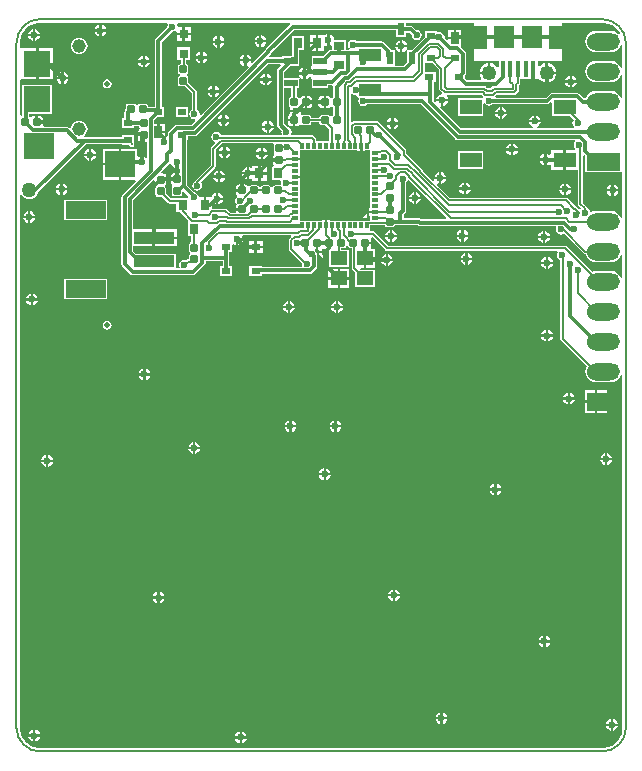
<source format=gbl>
G04*
G04 #@! TF.GenerationSoftware,Altium Limited,Altium Designer,19.1.6 (110)*
G04*
G04 Layer_Physical_Order=2*
G04 Layer_Color=16711680*
%FSAX25Y25*%
%MOIN*%
G70*
G01*
G75*
%ADD10C,0.00787*%
%ADD13R,0.07480X0.05118*%
%ADD26C,0.00591*%
%ADD27C,0.01181*%
%ADD28C,0.06000*%
%ADD29R,0.06000X0.06000*%
%ADD30C,0.04921*%
%ADD31O,0.02067X0.04724*%
%ADD32C,0.04528*%
%ADD33C,0.01969*%
%ADD34C,0.02362*%
%ADD35C,0.03000*%
%ADD36R,0.01575X0.05315*%
%ADD37R,0.07087X0.07480*%
%ADD38R,0.02362X0.03937*%
%ADD39R,0.03150X0.02362*%
G04:AMPARAMS|DCode=40|XSize=23.62mil|YSize=25.59mil|CornerRadius=2.95mil|HoleSize=0mil|Usage=FLASHONLY|Rotation=90.000|XOffset=0mil|YOffset=0mil|HoleType=Round|Shape=RoundedRectangle|*
%AMROUNDEDRECTD40*
21,1,0.02362,0.01968,0,0,90.0*
21,1,0.01772,0.02559,0,0,90.0*
1,1,0.00591,0.00984,0.00886*
1,1,0.00591,0.00984,-0.00886*
1,1,0.00591,-0.00984,-0.00886*
1,1,0.00591,-0.00984,0.00886*
%
%ADD40ROUNDEDRECTD40*%
%ADD41C,0.05000*%
%ADD42R,0.02165X0.01181*%
%ADD43R,0.01181X0.02165*%
%ADD44R,0.20079X0.20079*%
%ADD45R,0.02756X0.02362*%
%ADD46R,0.02756X0.03937*%
%ADD47R,0.04528X0.02362*%
%ADD48R,0.05512X0.04724*%
%ADD49R,0.07480X0.03937*%
%ADD50R,0.03150X0.03543*%
%ADD51R,0.03543X0.03150*%
%ADD52R,0.09843X0.08661*%
%ADD53R,0.09055X0.08661*%
%ADD54R,0.13780X0.03937*%
%ADD55R,0.13386X0.05906*%
%ADD56R,0.03150X0.03150*%
G04:AMPARAMS|DCode=57|XSize=23.62mil|YSize=25.59mil|CornerRadius=2.95mil|HoleSize=0mil|Usage=FLASHONLY|Rotation=0.000|XOffset=0mil|YOffset=0mil|HoleType=Round|Shape=RoundedRectangle|*
%AMROUNDEDRECTD57*
21,1,0.02362,0.01968,0,0,0.0*
21,1,0.01772,0.02559,0,0,0.0*
1,1,0.00591,0.00886,-0.00984*
1,1,0.00591,-0.00886,-0.00984*
1,1,0.00591,-0.00886,0.00984*
1,1,0.00591,0.00886,0.00984*
%
%ADD57ROUNDEDRECTD57*%
%ADD58R,0.05000X0.06000*%
%ADD59R,0.08000X0.06000*%
G36*
X-0111799Y0242390D02*
X-0111910Y0242316D01*
X-0119989Y0234237D01*
X-0120228Y0233879D01*
X-0120286Y0233589D01*
X-0124549Y0229326D01*
X-0124946Y0229632D01*
X-0124871Y0230006D01*
X-0126406D01*
Y0228471D01*
X-0126032Y0228546D01*
X-0125726Y0228149D01*
X-0141684Y0212191D01*
X-0142145Y0212437D01*
X-0142138Y0212474D01*
X-0142267Y0213126D01*
X-0142637Y0213680D01*
X-0143041Y0213950D01*
Y0219760D01*
X-0143102Y0220067D01*
X-0143276Y0220327D01*
X-0143276Y0220327D01*
X-0145850Y0222902D01*
Y0224439D01*
X-0145911Y0224746D01*
X-0146086Y0225007D01*
X-0146317Y0225162D01*
X-0146346Y0225384D01*
Y0225463D01*
X-0146317Y0225685D01*
X-0146086Y0225840D01*
X-0145911Y0226101D01*
X-0145850Y0226408D01*
Y0228376D01*
X-0145911Y0228683D01*
X-0146086Y0228944D01*
X-0146346Y0229118D01*
X-0146622Y0229173D01*
Y0230527D01*
X-0145358D01*
Y0234661D01*
X-0149491D01*
Y0230527D01*
X-0148227D01*
Y0229179D01*
X-0148425D01*
X-0148732Y0229118D01*
X-0148993Y0228944D01*
X-0149167Y0228683D01*
X-0149228Y0228376D01*
Y0226408D01*
X-0149167Y0226101D01*
X-0148993Y0225840D01*
X-0148761Y0225685D01*
X-0148732Y0225463D01*
Y0225384D01*
X-0148761Y0225162D01*
X-0148993Y0225007D01*
X-0149167Y0224746D01*
X-0149228Y0224439D01*
Y0222471D01*
X-0149167Y0222164D01*
X-0148993Y0221903D01*
X-0148732Y0221729D01*
X-0148425Y0221668D01*
X-0146887D01*
X-0144646Y0219427D01*
Y0213950D01*
X-0145050Y0213680D01*
X-0145420Y0213126D01*
X-0145550Y0212474D01*
X-0145420Y0211821D01*
X-0145050Y0211267D01*
X-0144496Y0210897D01*
X-0143844Y0210768D01*
X-0143807Y0210775D01*
X-0143561Y0210314D01*
X-0144916Y0208958D01*
X-0149793D01*
X-0150215Y0208874D01*
X-0150574Y0208635D01*
X-0152454Y0206755D01*
X-0152693Y0206396D01*
X-0152777Y0205974D01*
Y0205160D01*
X-0153188Y0204936D01*
X-0153675Y0205130D01*
Y0205984D01*
X-0155841D01*
Y0206378D01*
X-0156234D01*
Y0209134D01*
X-0157303D01*
Y0210244D01*
X-0156149Y0211398D01*
X-0153970D01*
Y0214744D01*
X-0154737D01*
Y0236440D01*
X-0151276Y0239900D01*
X-0151155Y0239876D01*
X-0150503Y0240006D01*
X-0150287Y0240151D01*
X-0149787Y0239883D01*
Y0239484D01*
X-0147818D01*
Y0241453D01*
X-0149343D01*
X-0149450Y0241582D01*
X-0149579Y0242235D01*
X-0149683Y0242390D01*
X-0149416Y0242890D01*
X-0111951D01*
X-0111799Y0242390D01*
D02*
G37*
G36*
X-0005928Y0242634D02*
X-0004715Y0242131D01*
X-0003622Y0241401D01*
X-0002693Y0240472D01*
X-0002045Y0239501D01*
X-0002057Y0239356D01*
X-0002309Y0239227D01*
X-0002574Y0239174D01*
X-0003239Y0239684D01*
X-0004088Y0240036D01*
X-0004963Y0240151D01*
X-0005000Y0240166D01*
X-0010000D01*
X-0010037Y0240151D01*
X-0010912Y0240036D01*
X-0011761Y0239684D01*
X-0012491Y0239124D01*
X-0013050Y0238395D01*
X-0013402Y0237545D01*
X-0013522Y0236634D01*
X-0013402Y0235722D01*
X-0013050Y0234873D01*
X-0012491Y0234143D01*
X-0011761Y0233583D01*
X-0010912Y0233232D01*
X-0010037Y0233116D01*
X-0010000Y0233101D01*
X-0005000D01*
X-0004963Y0233116D01*
X-0004088Y0233232D01*
X-0003239Y0233583D01*
X-0002509Y0234143D01*
X-0001950Y0234873D01*
X-0001704Y0235465D01*
X-0001204Y0235366D01*
Y0227902D01*
X-0001704Y0227802D01*
X-0001950Y0228395D01*
X-0002509Y0229124D01*
X-0003239Y0229684D01*
X-0004088Y0230036D01*
X-0004963Y0230151D01*
X-0005000Y0230167D01*
X-0010000D01*
X-0010037Y0230151D01*
X-0010912Y0230036D01*
X-0011761Y0229684D01*
X-0012491Y0229124D01*
X-0013050Y0228395D01*
X-0013402Y0227545D01*
X-0013522Y0226634D01*
X-0013402Y0225722D01*
X-0013050Y0224873D01*
X-0012491Y0224143D01*
X-0011761Y0223584D01*
X-0010912Y0223232D01*
X-0010037Y0223116D01*
X-0010000Y0223101D01*
X-0005000D01*
X-0004963Y0223116D01*
X-0004088Y0223232D01*
X-0003239Y0223584D01*
X-0002509Y0224143D01*
X-0001950Y0224873D01*
X-0001704Y0225465D01*
X-0001204Y0225366D01*
Y0217902D01*
X-0001704Y0217802D01*
X-0001950Y0218395D01*
X-0002509Y0219125D01*
X-0003239Y0219684D01*
X-0004088Y0220036D01*
X-0004963Y0220151D01*
X-0005000Y0220166D01*
X-0010000D01*
X-0010037Y0220151D01*
X-0010912Y0220036D01*
X-0011761Y0219684D01*
X-0012491Y0219125D01*
X-0013050Y0218395D01*
X-0013323Y0217738D01*
X-0013954D01*
X-0015503Y0219286D01*
X-0015861Y0219526D01*
X-0016284Y0219609D01*
X-0024661D01*
X-0025083Y0219526D01*
X-0025441Y0219286D01*
X-0026788Y0217939D01*
X-0043364D01*
X-0043571Y0218439D01*
X-0043141Y0218869D01*
X-0037211D01*
X-0036904Y0218930D01*
X-0036643Y0219104D01*
X-0035951Y0219796D01*
X-0035951Y0219796D01*
X-0035777Y0220057D01*
X-0035716Y0220364D01*
X-0035716Y0220364D01*
Y0222113D01*
X-0035425Y0222405D01*
X-0035424Y0222405D01*
X-0035250Y0222665D01*
X-0035189Y0222972D01*
X-0035189Y0222972D01*
Y0224311D01*
X-0032449D01*
Y0224016D01*
X-0031268D01*
Y0227461D01*
X-0030480D01*
Y0224016D01*
X-0029299D01*
X-0029299Y0224016D01*
Y0224016D01*
X-0028809Y0223927D01*
X-0028761Y0223865D01*
X-0028083Y0223344D01*
X-0027293Y0223017D01*
X-0026839Y0222957D01*
Y0226181D01*
Y0229405D01*
X-0027293Y0229345D01*
X-0028083Y0229018D01*
X-0028761Y0228498D01*
X-0028799Y0228448D01*
X-0029299Y0228618D01*
Y0230118D01*
X-0021228D01*
Y0234252D01*
X-0025756D01*
Y0241732D01*
X-0021228D01*
Y0242890D01*
X-0007874D01*
X-0007217Y0242890D01*
X-0005928Y0242634D01*
D02*
G37*
G36*
X-0050756Y0241732D02*
X-0046228D01*
Y0234252D01*
X-0050756D01*
Y0230118D01*
X-0042390D01*
Y0228233D01*
X-0042890Y0228064D01*
X-0043223Y0228498D01*
X-0043901Y0229018D01*
X-0044692Y0229345D01*
X-0045146Y0229405D01*
Y0226181D01*
X-0045539D01*
Y0225787D01*
X-0048764D01*
X-0048704Y0225333D01*
X-0048377Y0224543D01*
X-0048145Y0224242D01*
X-0048392Y0223742D01*
X-0052947D01*
X-0053626Y0224420D01*
Y0225463D01*
X-0053449Y0225728D01*
X-0053365Y0226150D01*
Y0232549D01*
X-0053449Y0232972D01*
X-0053688Y0233330D01*
X-0055049Y0234691D01*
X-0054917Y0235010D01*
X-0054917D01*
Y0237598D01*
X-0056856D01*
Y0237766D01*
X-0057083D01*
Y0237372D01*
X-0059248D01*
Y0237268D01*
X-0059710Y0237076D01*
X-0060511Y0237878D01*
X-0060470Y0238083D01*
X-0060600Y0238736D01*
X-0060970Y0239289D01*
X-0061523Y0239659D01*
X-0062176Y0239789D01*
X-0062586Y0239707D01*
X-0063086Y0240042D01*
Y0240226D01*
X-0066827D01*
Y0238244D01*
X-0071335Y0233736D01*
X-0072833D01*
Y0229781D01*
X-0074034Y0228580D01*
X-0076564D01*
X-0076967Y0228815D01*
Y0233736D01*
X-0078155D01*
X-0078170Y0233812D01*
X-0078409Y0234170D01*
X-0080619Y0236381D01*
X-0080978Y0236620D01*
X-0081400Y0236704D01*
X-0089670D01*
X-0089739Y0236806D01*
X-0090292Y0237176D01*
X-0090945Y0237306D01*
X-0091598Y0237176D01*
X-0092151Y0236806D01*
X-0092521Y0236253D01*
X-0092651Y0235600D01*
X-0092521Y0234947D01*
X-0092151Y0234394D01*
X-0092072Y0234341D01*
X-0092224Y0233841D01*
X-0093311D01*
Y0237106D01*
X-0097084D01*
X-0097154Y0237192D01*
X-0097307Y0237960D01*
X-0097742Y0238611D01*
X-0098393Y0239046D01*
X-0098768Y0239120D01*
Y0237192D01*
Y0235263D01*
X-0098393Y0235337D01*
X-0098280Y0235413D01*
X-0097839Y0235178D01*
Y0233841D01*
X-0098419D01*
X-0098419Y0233841D01*
X-0098842Y0233757D01*
X-0099200Y0233518D01*
X-0100742Y0231975D01*
X-0104693D01*
Y0228908D01*
X-0104988Y0228530D01*
X-0104988Y0228251D01*
Y0227287D01*
X-0105488Y0227135D01*
X-0105667Y0227403D01*
X-0106318Y0227838D01*
X-0106693Y0227913D01*
Y0225984D01*
Y0224056D01*
X-0106318Y0224130D01*
X-0105667Y0224565D01*
X-0105488Y0224833D01*
X-0104988Y0224681D01*
Y0224593D01*
X-0104693Y0224216D01*
Y0221148D01*
X-0099181D01*
Y0222058D01*
X-0097947D01*
X-0097868Y0222018D01*
X-0097538Y0221620D01*
X-0097561Y0221507D01*
Y0218082D01*
X-0097748Y0218045D01*
X-0097955Y0217907D01*
X-0098123Y0217890D01*
X-0098548Y0217963D01*
X-0098629Y0218084D01*
X-0098987Y0218323D01*
X-0099410Y0218407D01*
X-0100000D01*
Y0216417D01*
Y0214428D01*
X-0099410D01*
X-0098987Y0214512D01*
X-0098629Y0214751D01*
X-0098548Y0214872D01*
X-0098123Y0214944D01*
X-0097955Y0214928D01*
X-0097748Y0214790D01*
X-0097561Y0214753D01*
Y0212141D01*
X-0097748Y0212104D01*
X-0098009Y0211930D01*
X-0098164Y0211698D01*
X-0098386Y0211669D01*
X-0098465D01*
X-0098687Y0211698D01*
X-0098842Y0211930D01*
X-0099102Y0212104D01*
X-0099410Y0212165D01*
X-0101378D01*
X-0101685Y0212104D01*
X-0101946Y0211930D01*
X-0102120Y0211669D01*
X-0102181Y0211362D01*
Y0211279D01*
X-0104906D01*
Y0211362D01*
X-0104967Y0211669D01*
X-0105141Y0211930D01*
X-0105401Y0212104D01*
X-0105709Y0212165D01*
X-0107677D01*
X-0107984Y0212104D01*
X-0108128Y0212008D01*
X-0108489Y0212368D01*
X-0108246Y0212732D01*
X-0108171Y0213106D01*
X-0112029D01*
X-0111954Y0212732D01*
X-0112234Y0212250D01*
X-0112395Y0212143D01*
X-0112634Y0211785D01*
X-0112718Y0211362D01*
Y0210870D01*
X-0110630D01*
Y0210476D01*
X-0110236D01*
Y0208487D01*
X-0109646D01*
X-0109223Y0208571D01*
X-0108865Y0208810D01*
X-0108784Y0208931D01*
X-0108359Y0209003D01*
X-0108191Y0208987D01*
X-0107984Y0208849D01*
X-0107677Y0208788D01*
X-0105709D01*
X-0105401Y0208849D01*
X-0105141Y0209023D01*
X-0104967Y0209283D01*
X-0104906Y0209591D01*
Y0209674D01*
X-0102181D01*
Y0209591D01*
X-0102120Y0209283D01*
X-0101946Y0209023D01*
X-0101685Y0208849D01*
X-0101378Y0208788D01*
X-0100234D01*
X-0098850Y0207404D01*
Y0203488D01*
X-0103150D01*
Y0203853D01*
X-0103211Y0204160D01*
X-0103385Y0204420D01*
X-0103385Y0204420D01*
X-0104158Y0205194D01*
X-0104419Y0205368D01*
X-0104726Y0205429D01*
X-0111408D01*
X-0111644Y0205870D01*
X-0111569Y0205981D01*
X-0111440Y0206634D01*
X-0111569Y0207287D01*
X-0111939Y0207840D01*
X-0112493Y0208210D01*
X-0113058Y0208322D01*
X-0114022Y0209286D01*
Y0221148D01*
X-0111553D01*
Y0218108D01*
X-0111634D01*
X-0111941Y0218046D01*
X-0112201Y0217872D01*
X-0112376Y0217612D01*
X-0112437Y0217305D01*
Y0215533D01*
X-0112376Y0215226D01*
X-0112201Y0214965D01*
X-0111941Y0214791D01*
X-0111812Y0214480D01*
X-0111954Y0214268D01*
X-0112029Y0213894D01*
X-0108171D01*
X-0108196Y0214019D01*
X-0107815Y0214450D01*
X-0107811Y0214452D01*
X-0107697Y0214429D01*
X-0107106D01*
Y0216419D01*
Y0218409D01*
X-0107697D01*
X-0108119Y0218325D01*
X-0108477Y0218085D01*
X-0108558Y0217965D01*
X-0108983Y0217892D01*
X-0109152Y0217909D01*
X-0109358Y0218046D01*
X-0109665Y0218108D01*
X-0109746D01*
Y0221148D01*
X-0109024D01*
Y0224205D01*
X-0108580Y0224577D01*
X-0108506Y0224565D01*
X-0107855Y0224130D01*
X-0107480Y0224056D01*
Y0225590D01*
X-0109015D01*
X-0108941Y0225216D01*
X-0108705Y0224863D01*
X-0109060Y0224495D01*
X-0114022D01*
Y0226498D01*
X-0111892Y0228629D01*
X-0109024D01*
Y0230786D01*
X-0109002Y0230893D01*
Y0233929D01*
X-0107161D01*
Y0238456D01*
X-0111295D01*
Y0233929D01*
X-0111210D01*
Y0231975D01*
X-0114535D01*
Y0231406D01*
X-0118693D01*
X-0118885Y0231868D01*
X-0118428Y0232325D01*
X-0118189Y0232683D01*
X-0118131Y0232973D01*
X-0110672Y0240432D01*
X-0076573D01*
Y0238264D01*
X-0073227D01*
Y0239620D01*
X-0072164D01*
X-0071421Y0238877D01*
X-0071445Y0238756D01*
X-0071315Y0238103D01*
X-0070945Y0237550D01*
X-0070392Y0237180D01*
X-0069739Y0237050D01*
X-0069086Y0237180D01*
X-0068532Y0237550D01*
X-0068163Y0238103D01*
X-0068033Y0238756D01*
X-0068163Y0239409D01*
X-0068532Y0239962D01*
X-0069086Y0240332D01*
X-0069739Y0240462D01*
X-0069859Y0240438D01*
X-0070927Y0241505D01*
X-0071285Y0241744D01*
X-0071707Y0241828D01*
X-0073227D01*
Y0242890D01*
X-0050756D01*
Y0241732D01*
D02*
G37*
G36*
X-0195276Y0242890D02*
X-0152895D01*
X-0152628Y0242390D01*
X-0152732Y0242235D01*
X-0152861Y0241582D01*
X-0152838Y0241462D01*
X-0156621Y0237678D01*
X-0156860Y0237320D01*
X-0156944Y0236897D01*
Y0214754D01*
X-0159291D01*
Y0215114D01*
X-0159352Y0215421D01*
X-0159527Y0215682D01*
X-0159787Y0215856D01*
X-0160094Y0215917D01*
X-0162063D01*
X-0162370Y0215856D01*
X-0162630Y0215682D01*
X-0162785Y0215450D01*
X-0163007Y0215421D01*
X-0163086D01*
X-0163309Y0215450D01*
X-0163463Y0215682D01*
X-0163724Y0215856D01*
X-0164031Y0215917D01*
X-0166000D01*
X-0166307Y0215856D01*
X-0166567Y0215682D01*
X-0166741Y0215421D01*
X-0166803Y0215114D01*
Y0214002D01*
X-0166823Y0213982D01*
X-0167062Y0213624D01*
X-0167146Y0213201D01*
Y0211021D01*
X-0168109D01*
Y0207674D01*
X-0163976D01*
Y0208383D01*
X-0162360D01*
Y0208340D01*
X-0162299Y0208033D01*
X-0162161Y0207826D01*
X-0162144Y0207658D01*
X-0162217Y0207232D01*
X-0162337Y0207152D01*
X-0162577Y0206794D01*
X-0162661Y0206371D01*
Y0205781D01*
X-0160671D01*
Y0205387D01*
X-0160277D01*
Y0203299D01*
X-0159785D01*
X-0159511Y0203074D01*
Y0198047D01*
X-0159930Y0197900D01*
X-0160011Y0197885D01*
X-0160649Y0198311D01*
X-0161024Y0198385D01*
Y0196457D01*
X-0161811D01*
Y0198385D01*
X-0162185Y0198311D01*
X-0162435Y0198144D01*
X-0162935Y0198412D01*
Y0200878D01*
X-0168250D01*
Y0195760D01*
Y0190642D01*
X-0163563D01*
X-0163356Y0190142D01*
X-0167867Y0185631D01*
X-0168106Y0185273D01*
X-0168190Y0184851D01*
Y0162611D01*
X-0168106Y0162188D01*
X-0167867Y0161830D01*
X-0165197Y0159160D01*
X-0164839Y0158921D01*
X-0164417Y0158837D01*
X-0164416Y0158837D01*
X-0144276D01*
X-0143853Y0158921D01*
X-0143495Y0159160D01*
X-0140460Y0162196D01*
X-0140220Y0162554D01*
X-0140136Y0162977D01*
X-0139840Y0163365D01*
X-0134372D01*
Y0161909D01*
X-0135335D01*
Y0158563D01*
X-0131201D01*
Y0161909D01*
X-0132164D01*
Y0166437D01*
X-0131201D01*
Y0168734D01*
X-0130701Y0169001D01*
X-0130468Y0168846D01*
X-0130094Y0168771D01*
Y0170700D01*
X-0129700D01*
Y0171094D01*
X-0127771D01*
X-0127846Y0171468D01*
X-0127917Y0171575D01*
X-0127682Y0172016D01*
X-0111694D01*
X-0111503Y0171554D01*
X-0112142Y0170915D01*
X-0112316Y0170654D01*
X-0112378Y0170347D01*
Y0167424D01*
X-0112316Y0167117D01*
X-0112142Y0166857D01*
X-0107985Y0162699D01*
X-0108005Y0162598D01*
X-0107875Y0161945D01*
X-0107831Y0161879D01*
X-0108067Y0161438D01*
X-0121358D01*
Y0161909D01*
X-0125492D01*
Y0158563D01*
X-0121358D01*
Y0159230D01*
X-0105361D01*
X-0104939Y0159315D01*
X-0104581Y0159554D01*
X-0103255Y0160880D01*
X-0103015Y0161238D01*
X-0102931Y0161660D01*
Y0165059D01*
X-0103015Y0165481D01*
X-0103058Y0165546D01*
X-0103018Y0165748D01*
X-0103148Y0166401D01*
X-0103518Y0166954D01*
X-0103649Y0167042D01*
X-0103498Y0167542D01*
X-0103362D01*
Y0169532D01*
X-0102575D01*
Y0167361D01*
X-0102355Y0167042D01*
X-0102377Y0166929D01*
X-0100449D01*
Y0166535D01*
X-0100055D01*
Y0164607D01*
X-0099681Y0164681D01*
X-0099465Y0164825D01*
X-0098965Y0164558D01*
Y0161512D01*
X-0092469D01*
Y0167220D01*
X-0094914D01*
Y0167843D01*
X-0093969D01*
X-0093661Y0167904D01*
X-0093401Y0168078D01*
X-0093227Y0168338D01*
X-0093166Y0168646D01*
X-0092677Y0168646D01*
X-0092616Y0168338D01*
X-0092442Y0168078D01*
X-0092181Y0167904D01*
X-0091874Y0167843D01*
X-0091450D01*
Y0161265D01*
X-0091388Y0160958D01*
X-0091214Y0160697D01*
X-0090303Y0159786D01*
Y0154819D01*
X-0083807D01*
Y0160528D01*
X-0088575D01*
X-0088719Y0160717D01*
X-0088471Y0161217D01*
X-0087449D01*
Y0164366D01*
X-0087055D01*
Y0164760D01*
X-0083512D01*
Y0167516D01*
X-0084866D01*
X-0084890Y0167542D01*
X-0085087Y0168016D01*
X-0084949Y0168223D01*
X-0084865Y0168646D01*
Y0169138D01*
X-0086953D01*
Y0169925D01*
X-0084865D01*
Y0170417D01*
X-0084949Y0170840D01*
X-0084676Y0171331D01*
X-0084478Y0171374D01*
X-0084456Y0171368D01*
X-0080166Y0167078D01*
X-0079873Y0166882D01*
X-0079528Y0166813D01*
X-0022899D01*
X-0022631Y0166313D01*
X-0022836Y0166007D01*
X-0022966Y0165354D01*
X-0022836Y0164701D01*
X-0022466Y0164148D01*
X-0021913Y0163778D01*
X-0021868Y0163769D01*
Y0137598D01*
X-0021799Y0137253D01*
X-0021603Y0136960D01*
X-0013045Y0128402D01*
X-0013050Y0128395D01*
X-0013402Y0127545D01*
X-0013522Y0126634D01*
X-0013402Y0125722D01*
X-0013050Y0124873D01*
X-0012491Y0124143D01*
X-0011761Y0123583D01*
X-0010912Y0123232D01*
X-0010037Y0123117D01*
X-0010000Y0123101D01*
X-0005000D01*
X-0004963Y0123117D01*
X-0004088Y0123232D01*
X-0003239Y0123583D01*
X-0002509Y0124143D01*
X-0001950Y0124873D01*
X-0001704Y0125465D01*
X-0001204Y0125366D01*
Y0007874D01*
Y0007217D01*
X-0001460Y0005928D01*
X-0001963Y0004715D01*
X-0002693Y0003622D01*
X-0003622Y0002693D01*
X-0004715Y0001963D01*
X-0005928Y0001460D01*
X-0007217Y0001204D01*
X-0007874Y0001204D01*
X-0195932D01*
X-0197221Y0001460D01*
X-0198435Y0001963D01*
X-0199527Y0002693D01*
X-0200456Y0003622D01*
X-0201186Y0004715D01*
X-0201689Y0005928D01*
X-0201945Y0007217D01*
Y0007874D01*
Y0185431D01*
X-0201445Y0185530D01*
X-0201432Y0185499D01*
X-0200953Y0184874D01*
X-0200328Y0184394D01*
X-0199600Y0184093D01*
X-0198819Y0183990D01*
X-0198038Y0184093D01*
X-0197310Y0184394D01*
X-0196685Y0184874D01*
X-0196205Y0185499D01*
X-0195904Y0186227D01*
X-0195864Y0186529D01*
X-0179858Y0202535D01*
X-0168109D01*
Y0202163D01*
X-0165629D01*
X-0165600Y0202017D01*
X-0165404Y0201724D01*
X-0165111Y0201528D01*
X-0164765Y0201459D01*
X-0164420Y0201528D01*
X-0164127Y0201724D01*
X-0163931Y0202017D01*
X-0163862Y0202362D01*
Y0202655D01*
X-0163931Y0203000D01*
X-0163976Y0203067D01*
Y0205509D01*
X-0168109D01*
Y0204743D01*
X-0180315D01*
X-0180315Y0204743D01*
X-0180315Y0204743D01*
X-0180604D01*
X-0180634Y0204798D01*
X-0180733Y0205243D01*
X-0180261Y0205606D01*
X-0179819Y0206181D01*
X-0179541Y0206852D01*
X-0179447Y0207571D01*
X-0179541Y0208291D01*
X-0179819Y0208961D01*
X-0180261Y0209537D01*
X-0180836Y0209978D01*
X-0181507Y0210256D01*
X-0182226Y0210351D01*
X-0182946Y0210256D01*
X-0183616Y0209978D01*
X-0184192Y0209537D01*
X-0184634Y0208961D01*
X-0184911Y0208291D01*
X-0184969Y0207850D01*
X-0185497Y0207670D01*
X-0185686Y0207859D01*
X-0186044Y0208099D01*
X-0186467Y0208183D01*
X-0194105D01*
X-0194420Y0208683D01*
X-0194376Y0208905D01*
Y0209398D01*
X-0196464D01*
Y0209791D01*
X-0196858D01*
Y0211781D01*
X-0197449D01*
X-0197871Y0211697D01*
X-0198229Y0211458D01*
X-0198762Y0211429D01*
X-0199036Y0211621D01*
Y0212591D01*
X-0191183D01*
Y0222236D01*
X-0201222D01*
Y0213823D01*
X-0201243Y0213717D01*
Y0211935D01*
X-0201445Y0211828D01*
X-0201945Y0212128D01*
Y0223932D01*
X-0201518Y0224107D01*
X-0201445Y0224107D01*
X-0196596D01*
Y0229225D01*
X-0196203D01*
D01*
X-0196596D01*
Y0234343D01*
X-0201445D01*
X-0201518Y0234343D01*
X-0201945Y0234517D01*
Y0236877D01*
X-0201689Y0238166D01*
X-0201186Y0239380D01*
X-0200456Y0240472D01*
X-0199527Y0241401D01*
X-0198435Y0242131D01*
X-0197221Y0242634D01*
X-0195932Y0242890D01*
X-0195276Y0242890D01*
D02*
G37*
G36*
X-0062284Y0227265D02*
Y0220895D01*
X-0062223Y0220587D01*
X-0062049Y0220327D01*
X-0061296Y0219574D01*
X-0061296Y0219567D01*
X-0061493Y0219064D01*
X-0062068Y0218950D01*
X-0062719Y0218514D01*
X-0063154Y0217863D01*
X-0063229Y0217489D01*
X-0059371D01*
X-0059446Y0217863D01*
X-0059784Y0218369D01*
X-0059595Y0218832D01*
X-0059562Y0218869D01*
X-0048059D01*
X-0047605Y0218415D01*
X-0047792Y0217915D01*
X-0056004D01*
Y0211813D01*
X-0047539D01*
Y0215890D01*
X-0047039Y0216042D01*
X-0046806Y0215694D01*
X-0046253Y0215324D01*
X-0045600Y0215194D01*
X-0044947Y0215324D01*
X-0044394Y0215694D01*
X-0044368Y0215732D01*
X-0026331D01*
X-0025909Y0215815D01*
X-0025550Y0216055D01*
X-0025166Y0216439D01*
X-0024704Y0216248D01*
Y0211813D01*
X-0018740D01*
X-0017442Y0210515D01*
X-0017718Y0210102D01*
X-0017848Y0209449D01*
X-0017718Y0208796D01*
X-0017348Y0208243D01*
X-0017341Y0208238D01*
X-0017493Y0207738D01*
X-0029597D01*
X-0029646Y0208238D01*
X-0029606Y0208246D01*
X-0028955Y0208681D01*
X-0028520Y0209332D01*
X-0028445Y0209706D01*
X-0032303D01*
X-0032228Y0209332D01*
X-0031793Y0208681D01*
X-0031142Y0208246D01*
X-0031102Y0208238D01*
X-0031151Y0207738D01*
X-0054940D01*
X-0061900Y0214698D01*
X-0061694Y0215084D01*
Y0216702D01*
X-0063311D01*
X-0063697Y0216495D01*
X-0064105Y0216903D01*
Y0219174D01*
Y0223253D01*
X-0063468D01*
Y0226600D01*
X-0067084D01*
Y0229006D01*
X-0066827Y0229399D01*
X-0064419D01*
X-0062284Y0227265D01*
D02*
G37*
G36*
X-0114945Y0228698D02*
X-0115907Y0227736D01*
X-0116146Y0227378D01*
X-0116230Y0226956D01*
Y0208829D01*
X-0116146Y0208407D01*
X-0115907Y0208049D01*
X-0114792Y0206934D01*
X-0114852Y0206634D01*
X-0114722Y0205981D01*
X-0114684Y0205924D01*
X-0114951Y0205424D01*
X-0134966D01*
X-0134991Y0205553D01*
X-0135361Y0206106D01*
X-0135915Y0206476D01*
X-0136568Y0206606D01*
X-0137220Y0206476D01*
X-0137774Y0206106D01*
X-0138144Y0205553D01*
X-0138274Y0204900D01*
X-0138144Y0204247D01*
X-0137774Y0203694D01*
X-0137220Y0203324D01*
X-0136937Y0203268D01*
X-0136773Y0202725D01*
X-0138166Y0201331D01*
X-0138340Y0201071D01*
X-0138401Y0200764D01*
Y0195534D01*
X-0143468Y0190467D01*
X-0143642Y0190207D01*
X-0143653Y0190151D01*
X-0144106Y0189848D01*
X-0144476Y0189295D01*
X-0144606Y0188642D01*
X-0144476Y0187989D01*
X-0144106Y0187435D01*
X-0143553Y0187065D01*
X-0142900Y0186936D01*
X-0142247Y0187065D01*
X-0141694Y0187435D01*
X-0141324Y0187989D01*
X-0141194Y0188642D01*
X-0141324Y0189295D01*
X-0141694Y0189848D01*
X-0141705Y0189960D01*
X-0137031Y0194633D01*
X-0137031Y0194633D01*
X-0136857Y0194894D01*
X-0136796Y0195201D01*
X-0136796Y0195201D01*
Y0200431D01*
X-0134491Y0202736D01*
X-0117758D01*
X-0117671Y0202669D01*
X-0117399Y0202236D01*
X-0117421Y0202125D01*
Y0200156D01*
X-0117360Y0199849D01*
X-0117222Y0199643D01*
X-0117206Y0199474D01*
X-0117278Y0199049D01*
X-0117399Y0198969D01*
X-0117638Y0198610D01*
X-0117722Y0198188D01*
Y0197597D01*
X-0115732D01*
Y0196810D01*
X-0117722D01*
Y0196220D01*
X-0117638Y0195797D01*
X-0117399Y0195439D01*
X-0117372Y0195421D01*
X-0117524Y0194921D01*
X-0117933D01*
Y0190394D01*
X-0115270D01*
X-0114988Y0189894D01*
X-0115092Y0189370D01*
X-0115055Y0189186D01*
X-0115067Y0189131D01*
X-0115468Y0188697D01*
X-0117126D01*
X-0117433Y0188635D01*
X-0117694Y0188461D01*
X-0117849Y0188230D01*
X-0118071Y0188201D01*
X-0118150D01*
X-0118372Y0188230D01*
X-0118527Y0188461D01*
X-0118787Y0188635D01*
X-0119095Y0188697D01*
X-0121063D01*
X-0121370Y0188635D01*
X-0121631Y0188461D01*
X-0121786Y0188230D01*
X-0122008Y0188201D01*
X-0122087D01*
X-0122309Y0188230D01*
X-0122464Y0188461D01*
X-0122724Y0188635D01*
X-0123031Y0188697D01*
X-0125000D01*
X-0125307Y0188635D01*
X-0125514Y0188497D01*
X-0125682Y0188481D01*
X-0126107Y0188554D01*
X-0126188Y0188674D01*
X-0126546Y0188914D01*
X-0126969Y0188998D01*
X-0127559D01*
Y0187008D01*
X-0127953D01*
Y0186614D01*
X-0130041D01*
Y0186122D01*
X-0129957Y0185700D01*
X-0129718Y0185342D01*
Y0184948D01*
X-0129809Y0184802D01*
X-0130176Y0184253D01*
X-0130306Y0183600D01*
X-0130176Y0182947D01*
X-0129806Y0182394D01*
X-0129736Y0182347D01*
X-0129957Y0182017D01*
X-0130041Y0181595D01*
Y0181102D01*
X-0127953D01*
Y0180315D01*
X-0130041D01*
Y0179823D01*
X-0130271Y0179543D01*
X-0131809D01*
X-0132951Y0180685D01*
X-0133212Y0180860D01*
X-0133519Y0180921D01*
X-0137823D01*
X-0137967Y0181038D01*
Y0181720D01*
X-0140329D01*
Y0182114D01*
X-0140722D01*
Y0184673D01*
X-0142350D01*
X-0142388Y0184721D01*
X-0142518Y0185373D01*
X-0142888Y0185927D01*
X-0143442Y0186297D01*
X-0143876Y0186383D01*
X-0146318Y0188824D01*
Y0203917D01*
X-0146096D01*
Y0205077D01*
X-0143766D01*
X-0143344Y0205161D01*
X-0142986Y0205400D01*
X-0119188Y0229198D01*
X-0115152D01*
X-0114945Y0228698D01*
D02*
G37*
G36*
X-0087811Y0200043D02*
X-0086827D01*
Y0200339D01*
X-0085351D01*
Y0198370D01*
Y0196402D01*
Y0194433D01*
Y0192465D01*
Y0190496D01*
Y0188528D01*
Y0186559D01*
Y0184591D01*
Y0182622D01*
Y0181146D01*
X-0085646D01*
Y0180161D01*
X-0083776D01*
Y0179374D01*
X-0085646D01*
Y0178390D01*
X-0085351D01*
Y0176929D01*
X-0085941D01*
X-0086019Y0176913D01*
X-0098638D01*
Y0177209D01*
X-0099622D01*
Y0175339D01*
X-0100409D01*
Y0177209D01*
X-0101394D01*
Y0176913D01*
X-0108776D01*
Y0178685D01*
Y0180654D01*
Y0182622D01*
Y0184591D01*
Y0186559D01*
Y0188528D01*
Y0190201D01*
X-0108480D01*
Y0191185D01*
X-0110350D01*
Y0191972D01*
X-0108480D01*
Y0192957D01*
X-0108776D01*
Y0194433D01*
Y0196106D01*
X-0108480D01*
Y0197091D01*
X-0110350D01*
Y0197878D01*
X-0108480D01*
Y0198862D01*
X-0108776D01*
Y0200339D01*
X-0089583D01*
Y0200043D01*
X-0088599D01*
Y0201913D01*
X-0087811D01*
Y0200043D01*
D02*
G37*
G36*
X-0149291Y0194528D02*
X-0149025Y0194581D01*
X-0148525Y0194309D01*
Y0193036D01*
X-0148799Y0192811D01*
X-0149292D01*
Y0190723D01*
X-0149685D01*
Y0190329D01*
X-0151675D01*
Y0189738D01*
X-0151591Y0189316D01*
X-0151351Y0188958D01*
X-0151231Y0188877D01*
X-0151158Y0188452D01*
X-0151175Y0188284D01*
X-0151313Y0188077D01*
X-0151374Y0187770D01*
Y0185801D01*
X-0151313Y0185494D01*
X-0151139Y0185234D01*
X-0150878Y0185060D01*
X-0150571Y0184999D01*
X-0148799D01*
X-0148492Y0185060D01*
X-0148232Y0185234D01*
X-0148058Y0185494D01*
X-0147996Y0185801D01*
Y0186550D01*
X-0147581Y0186966D01*
X-0145812Y0185196D01*
X-0145868Y0184668D01*
X-0146242Y0184378D01*
X-0148903D01*
X-0148990Y0184395D01*
X-0151685D01*
X-0153453Y0186163D01*
Y0187657D01*
X-0153514Y0187965D01*
X-0153652Y0188171D01*
X-0153669Y0188340D01*
X-0153596Y0188765D01*
X-0153475Y0188845D01*
X-0153236Y0189204D01*
X-0153152Y0189626D01*
Y0190217D01*
X-0155142D01*
Y0191004D01*
X-0153152D01*
Y0191594D01*
X-0153236Y0192017D01*
X-0153475Y0192375D01*
X-0153833Y0192614D01*
X-0154256Y0192698D01*
X-0154658D01*
X-0154849Y0193160D01*
X-0152094Y0195915D01*
X-0152048Y0195916D01*
X-0151563Y0195806D01*
X-0151539Y0195689D01*
X-0151104Y0195037D01*
X-0150453Y0194602D01*
X-0150079Y0194528D01*
Y0196457D01*
X-0149291D01*
Y0194528D01*
D02*
G37*
G36*
X-0090753Y0218824D02*
X-0090100Y0218694D01*
X-0089957Y0218722D01*
X-0089571Y0218405D01*
Y0218012D01*
X-0089304D01*
X-0089037Y0217512D01*
X-0089076Y0217453D01*
X-0089206Y0216800D01*
X-0089076Y0216147D01*
X-0088706Y0215594D01*
X-0088153Y0215224D01*
X-0087500Y0215094D01*
X-0086847Y0215224D01*
X-0086294Y0215594D01*
X-0086225Y0215696D01*
X-0068387D01*
X-0056871Y0204180D01*
X-0056513Y0203941D01*
X-0056090Y0203857D01*
X-0017229D01*
X-0017102Y0203663D01*
X-0017009Y0203357D01*
X-0017324Y0202885D01*
X-0017454Y0202232D01*
X-0017324Y0201580D01*
X-0016954Y0201026D01*
X-0016906Y0200994D01*
X-0017058Y0200494D01*
X-0020078D01*
Y0197147D01*
Y0193801D01*
X-0016061D01*
Y0182484D01*
X-0015992Y0182138D01*
X-0015796Y0181845D01*
X-0015050Y0181099D01*
X-0015130Y0180876D01*
X-0015703Y0180759D01*
X-0016389Y0181446D01*
X-0016682Y0181641D01*
X-0016720Y0181649D01*
X-0019415Y0184343D01*
X-0019708Y0184539D01*
X-0020053Y0184608D01*
X-0058616D01*
X-0062878Y0188870D01*
X-0062672Y0189319D01*
X-0062641Y0189340D01*
X-0062294Y0189271D01*
Y0190806D01*
X-0063829D01*
X-0063760Y0190459D01*
X-0063781Y0190428D01*
X-0064230Y0190222D01*
X-0067651Y0193643D01*
X-0067669Y0193736D01*
X-0067865Y0194029D01*
X-0071324Y0197489D01*
X-0071618Y0197684D01*
X-0071711Y0197703D01*
X-0073211Y0199203D01*
Y0200141D01*
X-0073280Y0200487D01*
X-0073475Y0200780D01*
X-0082484Y0209788D01*
X-0082777Y0209984D01*
X-0083123Y0210053D01*
X-0090647D01*
X-0090992Y0209984D01*
X-0091233Y0209823D01*
X-0091588Y0209914D01*
X-0091733Y0209974D01*
Y0218932D01*
X-0091523Y0219061D01*
X-0091233Y0219144D01*
X-0090753Y0218824D01*
D02*
G37*
G36*
X-0013492Y0198512D02*
Y0193142D01*
X-0010098D01*
X-0010000Y0193101D01*
X-0002000D01*
X-0001704Y0193224D01*
X-0001204Y0193023D01*
Y0177902D01*
X-0001704Y0177802D01*
X-0001950Y0178395D01*
X-0002509Y0179124D01*
X-0003239Y0179684D01*
X-0004088Y0180036D01*
X-0004963Y0180151D01*
X-0005000Y0180166D01*
X-0010000D01*
X-0010037Y0180151D01*
X-0010912Y0180036D01*
X-0011510Y0179788D01*
X-0012028Y0180013D01*
X-0012076Y0180073D01*
X-0012105Y0180215D01*
X-0012474Y0180768D01*
X-0012778Y0180971D01*
Y0181007D01*
X-0012846Y0181353D01*
X-0013042Y0181646D01*
X-0014254Y0182858D01*
Y0198543D01*
X-0013785Y0198748D01*
X-0013492Y0198512D01*
D02*
G37*
G36*
X-0059836Y0177845D02*
X-0060027Y0177383D01*
X-0068095D01*
X-0068111Y0177399D01*
X-0068469Y0177638D01*
X-0068891Y0177722D01*
X-0074093D01*
Y0179014D01*
X-0073629Y0179478D01*
X-0073389Y0179836D01*
X-0073305Y0180259D01*
Y0189670D01*
X-0073203Y0189738D01*
X-0072896Y0190198D01*
X-0072349Y0190358D01*
X-0059836Y0177845D01*
D02*
G37*
G36*
X-0069333Y0175499D02*
X-0069333Y0175499D01*
X-0068975Y0175259D01*
X-0068552Y0175175D01*
X-0023421D01*
X-0023186Y0174734D01*
X-0023230Y0174668D01*
X-0023359Y0174015D01*
X-0023230Y0173363D01*
X-0022860Y0172809D01*
X-0022306Y0172439D01*
X-0021654Y0172309D01*
X-0021001Y0172439D01*
X-0020741Y0172613D01*
X-0014123Y0165995D01*
X-0013830Y0165799D01*
X-0013484Y0165731D01*
X-0013403D01*
X-0013402Y0165722D01*
X-0013050Y0164873D01*
X-0012491Y0164143D01*
X-0011761Y0163584D01*
X-0010912Y0163232D01*
X-0010037Y0163117D01*
X-0010000Y0163101D01*
X-0005000D01*
X-0004963Y0163117D01*
X-0004088Y0163232D01*
X-0003239Y0163584D01*
X-0002509Y0164143D01*
X-0001950Y0164873D01*
X-0001704Y0165465D01*
X-0001204Y0165366D01*
Y0157902D01*
X-0001704Y0157802D01*
X-0001950Y0158395D01*
X-0002509Y0159125D01*
X-0003239Y0159684D01*
X-0004088Y0160036D01*
X-0004963Y0160151D01*
X-0005000Y0160167D01*
X-0010000D01*
X-0010037Y0160151D01*
X-0010912Y0160036D01*
X-0011220Y0159908D01*
X-0019667Y0168355D01*
X-0019960Y0168551D01*
X-0020306Y0168620D01*
X-0079153D01*
X-0083704Y0173170D01*
X-0083997Y0173366D01*
X-0084342Y0173434D01*
X-0084659Y0173371D01*
X-0084894D01*
X-0085154Y0173764D01*
Y0175323D01*
X-0080365D01*
X-0080194Y0175066D01*
X-0079933Y0174892D01*
X-0079626Y0174831D01*
X-0077854D01*
X-0077547Y0174892D01*
X-0077287Y0175066D01*
X-0077113Y0175327D01*
X-0077075Y0175514D01*
X-0069349D01*
X-0069333Y0175499D01*
D02*
G37*
G36*
X-0157132Y0190225D02*
Y0189626D01*
X-0157047Y0189204D01*
X-0156808Y0188845D01*
X-0156688Y0188765D01*
X-0156615Y0188340D01*
X-0156631Y0188171D01*
X-0156769Y0187965D01*
X-0156830Y0187657D01*
Y0185689D01*
X-0156769Y0185382D01*
X-0156595Y0185121D01*
X-0156335Y0184947D01*
X-0156028Y0184886D01*
X-0154730D01*
X-0152698Y0182853D01*
X-0152405Y0182658D01*
X-0152059Y0182589D01*
X-0149876D01*
Y0179850D01*
X-0148577D01*
X-0148551Y0179718D01*
X-0148377Y0179457D01*
X-0145885Y0176966D01*
X-0146077Y0176504D01*
X-0146136D01*
Y0171976D01*
X-0144895D01*
Y0169764D01*
X-0145185Y0169706D01*
X-0145446Y0169532D01*
X-0145620Y0169272D01*
X-0145681Y0168965D01*
Y0166996D01*
X-0145620Y0166689D01*
X-0145446Y0166428D01*
X-0145214Y0166273D01*
X-0145185Y0166051D01*
Y0165972D01*
X-0145214Y0165750D01*
X-0145446Y0165595D01*
X-0145620Y0165335D01*
X-0145681Y0165028D01*
Y0164061D01*
X-0145865D01*
X-0146211Y0163992D01*
X-0146504Y0163796D01*
X-0146548Y0163752D01*
X-0146591Y0163781D01*
X-0147244Y0163911D01*
X-0147897Y0163781D01*
X-0148450Y0163411D01*
X-0148820Y0162858D01*
X-0148950Y0162205D01*
X-0148820Y0161552D01*
X-0148776Y0161486D01*
X-0149012Y0161045D01*
X-0150059D01*
Y0165815D01*
X-0163261D01*
X-0164309Y0166863D01*
Y0168473D01*
X-0157834D01*
Y0171228D01*
Y0173984D01*
X-0164309D01*
Y0183701D01*
X-0157593Y0190416D01*
X-0157132Y0190225D01*
D02*
G37*
%LPC*%
G36*
X-0145062Y0241453D02*
X-0147031D01*
Y0239484D01*
X-0145062D01*
Y0241453D01*
D02*
G37*
G36*
X-0121484Y0238685D02*
Y0237150D01*
X-0119948D01*
X-0120023Y0237524D01*
X-0120458Y0238175D01*
X-0121109Y0238610D01*
X-0121484Y0238685D01*
D02*
G37*
G36*
X-0122271D02*
X-0122645Y0238610D01*
X-0123296Y0238175D01*
X-0123732Y0237524D01*
X-0123806Y0237150D01*
X-0122271D01*
Y0238685D01*
D02*
G37*
G36*
X-0135435Y0238504D02*
Y0236969D01*
X-0133900D01*
X-0133974Y0237344D01*
X-0134409Y0237995D01*
X-0135060Y0238430D01*
X-0135435Y0238504D01*
D02*
G37*
G36*
X-0136222D02*
X-0136597Y0238430D01*
X-0137248Y0237995D01*
X-0137683Y0237344D01*
X-0137757Y0236969D01*
X-0136222D01*
Y0238504D01*
D02*
G37*
G36*
X-0145062Y0238697D02*
X-0147031D01*
Y0236728D01*
X-0145062D01*
Y0238697D01*
D02*
G37*
G36*
X-0147818D02*
X-0149787D01*
Y0236728D01*
X-0147818D01*
Y0238697D01*
D02*
G37*
G36*
X-0119948Y0236362D02*
X-0121484D01*
Y0234827D01*
X-0121109Y0234902D01*
X-0120458Y0235337D01*
X-0120023Y0235988D01*
X-0119948Y0236362D01*
D02*
G37*
G36*
X-0122271D02*
X-0123806D01*
X-0123732Y0235988D01*
X-0123296Y0235337D01*
X-0122645Y0234902D01*
X-0122271Y0234827D01*
Y0236362D01*
D02*
G37*
G36*
X-0133900Y0236182D02*
X-0135435D01*
Y0234647D01*
X-0135060Y0234721D01*
X-0134409Y0235156D01*
X-0133974Y0235808D01*
X-0133900Y0236182D01*
D02*
G37*
G36*
X-0136222D02*
X-0137757D01*
X-0137683Y0235808D01*
X-0137248Y0235156D01*
X-0136597Y0234721D01*
X-0136222Y0234647D01*
Y0236182D01*
D02*
G37*
G36*
X-0141106Y0233221D02*
Y0231686D01*
X-0139571D01*
X-0139646Y0232061D01*
X-0140081Y0232712D01*
X-0140732Y0233147D01*
X-0141106Y0233221D01*
D02*
G37*
G36*
X-0141894D02*
X-0142268Y0233147D01*
X-0142919Y0232712D01*
X-0143354Y0232061D01*
X-0143429Y0231686D01*
X-0141894D01*
Y0233221D01*
D02*
G37*
G36*
X-0126406Y0232329D02*
Y0230794D01*
X-0124871D01*
X-0124946Y0231168D01*
X-0125381Y0231819D01*
X-0126032Y0232254D01*
X-0126406Y0232329D01*
D02*
G37*
G36*
X-0127194D02*
X-0127568Y0232254D01*
X-0128219Y0231819D01*
X-0128654Y0231168D01*
X-0128729Y0230794D01*
X-0127194D01*
Y0232329D01*
D02*
G37*
G36*
X-0139571Y0230899D02*
X-0141106D01*
Y0229364D01*
X-0140732Y0229438D01*
X-0140081Y0229873D01*
X-0139646Y0230525D01*
X-0139571Y0230899D01*
D02*
G37*
G36*
X-0141894D02*
X-0143429D01*
X-0143354Y0230525D01*
X-0142919Y0229873D01*
X-0142268Y0229438D01*
X-0141894Y0229364D01*
Y0230899D01*
D02*
G37*
G36*
X-0127194Y0230006D02*
X-0128729D01*
X-0128654Y0229632D01*
X-0128219Y0228981D01*
X-0127568Y0228546D01*
X-0127194Y0228471D01*
Y0230006D01*
D02*
G37*
G36*
X-0137106Y0221903D02*
Y0220368D01*
X-0135571D01*
X-0135646Y0220742D01*
X-0136081Y0221393D01*
X-0136732Y0221829D01*
X-0137106Y0221903D01*
D02*
G37*
G36*
X-0137894D02*
X-0138268Y0221829D01*
X-0138919Y0221393D01*
X-0139354Y0220742D01*
X-0139429Y0220368D01*
X-0137894D01*
Y0221903D01*
D02*
G37*
G36*
X-0135571Y0219581D02*
X-0137106D01*
Y0218045D01*
X-0136732Y0218120D01*
X-0136081Y0218555D01*
X-0135646Y0219206D01*
X-0135571Y0219581D01*
D02*
G37*
G36*
X-0137894D02*
X-0139429D01*
X-0139354Y0219206D01*
X-0138919Y0218555D01*
X-0138268Y0218120D01*
X-0137894Y0218045D01*
Y0219581D01*
D02*
G37*
G36*
X-0146096Y0214744D02*
X-0149837D01*
Y0211398D01*
X-0146096D01*
Y0214744D01*
D02*
G37*
G36*
X-0153675Y0209134D02*
X-0155447D01*
Y0206772D01*
X-0153675D01*
Y0209134D01*
D02*
G37*
G36*
X-0026051Y0229405D02*
Y0226575D01*
X-0023221D01*
X-0023280Y0227029D01*
X-0023608Y0227819D01*
X-0024128Y0228498D01*
X-0024807Y0229018D01*
X-0025597Y0229345D01*
X-0026051Y0229405D01*
D02*
G37*
G36*
X-0017948Y0225210D02*
Y0223675D01*
X-0016413D01*
X-0016487Y0224049D01*
X-0016922Y0224700D01*
X-0017574Y0225135D01*
X-0017948Y0225210D01*
D02*
G37*
G36*
X-0018735D02*
X-0019110Y0225135D01*
X-0019761Y0224700D01*
X-0020196Y0224049D01*
X-0020270Y0223675D01*
X-0018735D01*
Y0225210D01*
D02*
G37*
G36*
X-0023221Y0225787D02*
X-0026051D01*
Y0222957D01*
X-0025597Y0223017D01*
X-0024807Y0223344D01*
X-0024128Y0223865D01*
X-0023608Y0224543D01*
X-0023280Y0225333D01*
X-0023221Y0225787D01*
D02*
G37*
G36*
X-0016413Y0222887D02*
X-0017948D01*
Y0221352D01*
X-0017574Y0221427D01*
X-0016922Y0221862D01*
X-0016487Y0222513D01*
X-0016413Y0222887D01*
D02*
G37*
G36*
X-0018735D02*
X-0020270D01*
X-0020196Y0222513D01*
X-0019761Y0221862D01*
X-0019110Y0221427D01*
X-0018735Y0221352D01*
Y0222887D01*
D02*
G37*
G36*
X-0099555Y0239120D02*
X-0099930Y0239046D01*
X-0100458Y0238693D01*
X-0100567Y0238752D01*
Y0238752D01*
X-0102535D01*
Y0236193D01*
Y0233633D01*
X-0100567D01*
Y0235233D01*
X-0100126Y0235469D01*
X-0099930Y0235337D01*
X-0099555Y0235263D01*
Y0237192D01*
Y0239120D01*
D02*
G37*
G36*
X-0054917Y0240522D02*
X-0056689D01*
Y0238386D01*
X-0054917D01*
Y0240522D01*
D02*
G37*
G36*
X-0057476D02*
X-0059248D01*
Y0238159D01*
X-0057476D01*
Y0240522D01*
D02*
G37*
G36*
X-0103323Y0238752D02*
X-0105291D01*
Y0236586D01*
X-0103323D01*
Y0238752D01*
D02*
G37*
G36*
X-0074497Y0237012D02*
Y0235476D01*
X-0072962D01*
X-0073037Y0235851D01*
X-0073472Y0236502D01*
X-0074123Y0236937D01*
X-0074497Y0237012D01*
D02*
G37*
G36*
X-0075285D02*
X-0075659Y0236937D01*
X-0076310Y0236502D01*
X-0076745Y0235851D01*
X-0076820Y0235476D01*
X-0075285D01*
Y0237012D01*
D02*
G37*
G36*
X-0103323Y0235799D02*
X-0105291D01*
Y0233633D01*
X-0103323D01*
Y0235799D01*
D02*
G37*
G36*
X-0072962Y0234689D02*
X-0074497D01*
Y0233154D01*
X-0074123Y0233229D01*
X-0073472Y0233664D01*
X-0073037Y0234315D01*
X-0072962Y0234689D01*
D02*
G37*
G36*
X-0075285D02*
X-0076820D01*
X-0076745Y0234315D01*
X-0076310Y0233664D01*
X-0075659Y0233229D01*
X-0075285Y0233154D01*
Y0234689D01*
D02*
G37*
G36*
X-0045933Y0229405D02*
X-0046387Y0229345D01*
X-0047177Y0229018D01*
X-0047856Y0228498D01*
X-0048377Y0227819D01*
X-0048704Y0227029D01*
X-0048764Y0226575D01*
X-0045933D01*
Y0229405D01*
D02*
G37*
G36*
X-0107480Y0227913D02*
X-0107855Y0227838D01*
X-0108506Y0227403D01*
X-0108941Y0226752D01*
X-0109015Y0226378D01*
X-0107480D01*
Y0227913D01*
D02*
G37*
G36*
X-0105728Y0218409D02*
X-0106319D01*
Y0216813D01*
X-0104624D01*
Y0217305D01*
X-0104709Y0217727D01*
X-0104948Y0218085D01*
X-0105306Y0218325D01*
X-0105728Y0218409D01*
D02*
G37*
G36*
X-0100787Y0218407D02*
X-0101378D01*
X-0101800Y0218323D01*
X-0102158Y0218084D01*
X-0102398Y0217726D01*
X-0102482Y0217303D01*
Y0216811D01*
X-0100787D01*
Y0218407D01*
D02*
G37*
G36*
X-0104624Y0216025D02*
X-0106319D01*
Y0214429D01*
X-0105728D01*
X-0105306Y0214513D01*
X-0104948Y0214753D01*
X-0104709Y0215111D01*
X-0104624Y0215533D01*
Y0216025D01*
D02*
G37*
G36*
X-0100787Y0216024D02*
X-0102482D01*
Y0215531D01*
X-0102398Y0215109D01*
X-0102158Y0214751D01*
X-0101800Y0214512D01*
X-0101378Y0214428D01*
X-0100787D01*
Y0216024D01*
D02*
G37*
G36*
X-0111024Y0210083D02*
X-0112718D01*
Y0209591D01*
X-0112634Y0209168D01*
X-0112395Y0208810D01*
X-0112037Y0208571D01*
X-0111614Y0208487D01*
X-0111024D01*
Y0210083D01*
D02*
G37*
G36*
X-0174781Y0242187D02*
Y0240652D01*
X-0173246D01*
X-0173320Y0241026D01*
X-0173756Y0241678D01*
X-0174407Y0242113D01*
X-0174781Y0242187D01*
D02*
G37*
G36*
X-0175568D02*
X-0175943Y0242113D01*
X-0176594Y0241678D01*
X-0177029Y0241026D01*
X-0177104Y0240652D01*
X-0175568D01*
Y0242187D01*
D02*
G37*
G36*
X-0196906Y0240795D02*
Y0239260D01*
X-0195371D01*
X-0195446Y0239634D01*
X-0195881Y0240285D01*
X-0196532Y0240721D01*
X-0196906Y0240795D01*
D02*
G37*
G36*
X-0197694D02*
X-0198068Y0240721D01*
X-0198719Y0240285D01*
X-0199154Y0239634D01*
X-0199229Y0239260D01*
X-0197694D01*
Y0240795D01*
D02*
G37*
G36*
X-0173246Y0239865D02*
X-0174781D01*
Y0238330D01*
X-0174407Y0238404D01*
X-0173756Y0238839D01*
X-0173320Y0239490D01*
X-0173246Y0239865D01*
D02*
G37*
G36*
X-0175568D02*
X-0177104D01*
X-0177029Y0239490D01*
X-0176594Y0238839D01*
X-0175943Y0238404D01*
X-0175568Y0238330D01*
Y0239865D01*
D02*
G37*
G36*
X-0195371Y0238473D02*
X-0196906D01*
Y0236937D01*
X-0196532Y0237012D01*
X-0195881Y0237447D01*
X-0195446Y0238098D01*
X-0195371Y0238473D01*
D02*
G37*
G36*
X-0197694D02*
X-0199229D01*
X-0199154Y0238098D01*
X-0198719Y0237447D01*
X-0198068Y0237012D01*
X-0197694Y0236937D01*
Y0238473D01*
D02*
G37*
G36*
X-0182226Y0237910D02*
X-0182946Y0237815D01*
X-0183616Y0237537D01*
X-0184192Y0237096D01*
X-0184634Y0236520D01*
X-0184911Y0235849D01*
X-0185006Y0235130D01*
X-0184911Y0234411D01*
X-0184634Y0233740D01*
X-0184192Y0233165D01*
X-0183616Y0232723D01*
X-0182946Y0232445D01*
X-0182226Y0232350D01*
X-0181507Y0232445D01*
X-0180836Y0232723D01*
X-0180261Y0233165D01*
X-0179819Y0233740D01*
X-0179541Y0234411D01*
X-0179447Y0235130D01*
X-0179541Y0235849D01*
X-0179819Y0236520D01*
X-0180261Y0237096D01*
X-0180836Y0237537D01*
X-0181507Y0237815D01*
X-0182226Y0237910D01*
D02*
G37*
G36*
X-0160314Y0231909D02*
Y0230374D01*
X-0158779D01*
X-0158853Y0230749D01*
X-0159288Y0231400D01*
X-0159939Y0231835D01*
X-0160314Y0231909D01*
D02*
G37*
G36*
X-0161101D02*
X-0161475Y0231835D01*
X-0162127Y0231400D01*
X-0162562Y0230749D01*
X-0162636Y0230374D01*
X-0161101D01*
Y0231909D01*
D02*
G37*
G36*
X-0195809Y0234343D02*
Y0229618D01*
X-0190888D01*
Y0234343D01*
X-0195809D01*
D02*
G37*
G36*
X-0158779Y0229587D02*
X-0160314D01*
Y0228052D01*
X-0159939Y0228126D01*
X-0159288Y0228561D01*
X-0158853Y0229212D01*
X-0158779Y0229587D01*
D02*
G37*
G36*
X-0161101D02*
X-0162636D01*
X-0162562Y0229212D01*
X-0162127Y0228561D01*
X-0161475Y0228126D01*
X-0161101Y0228052D01*
Y0229587D01*
D02*
G37*
G36*
X-0187406Y0226429D02*
Y0224894D01*
X-0185871D01*
X-0185946Y0225268D01*
X-0186381Y0225919D01*
X-0187032Y0226354D01*
X-0187406Y0226429D01*
D02*
G37*
G36*
X-0188194D02*
X-0188568Y0226354D01*
X-0189219Y0225919D01*
X-0189654Y0225268D01*
X-0189729Y0224894D01*
X-0188194D01*
Y0226429D01*
D02*
G37*
G36*
X-0190888Y0228831D02*
X-0195809D01*
Y0224107D01*
X-0190888D01*
Y0228831D01*
D02*
G37*
G36*
X-0185871Y0224106D02*
X-0187406D01*
Y0222571D01*
X-0187032Y0222646D01*
X-0186381Y0223081D01*
X-0185946Y0223732D01*
X-0185871Y0224106D01*
D02*
G37*
G36*
X-0188194D02*
X-0189729D01*
X-0189654Y0223732D01*
X-0189219Y0223081D01*
X-0188568Y0222646D01*
X-0188194Y0222571D01*
Y0224106D01*
D02*
G37*
G36*
X-0172926Y0224058D02*
X-0173502Y0223943D01*
X-0173990Y0223617D01*
X-0174317Y0223129D01*
X-0174431Y0222552D01*
X-0174317Y0221976D01*
X-0173990Y0221488D01*
X-0173502Y0221162D01*
X-0172926Y0221047D01*
X-0172349Y0221162D01*
X-0171861Y0221488D01*
X-0171535Y0221976D01*
X-0171420Y0222552D01*
X-0171535Y0223129D01*
X-0171861Y0223617D01*
X-0172349Y0223943D01*
X-0172926Y0224058D01*
D02*
G37*
G36*
X-0195480Y0211781D02*
X-0196071D01*
Y0210185D01*
X-0194376D01*
Y0210677D01*
X-0194460Y0211100D01*
X-0194699Y0211458D01*
X-0195057Y0211697D01*
X-0195480Y0211781D01*
D02*
G37*
G36*
X-0161065Y0204993D02*
X-0162661D01*
Y0204403D01*
X-0162577Y0203980D01*
X-0162337Y0203622D01*
X-0161979Y0203383D01*
X-0161557Y0203299D01*
X-0161065D01*
Y0204993D01*
D02*
G37*
G36*
X-0178206Y0200829D02*
Y0199294D01*
X-0176671D01*
X-0176746Y0199668D01*
X-0177181Y0200319D01*
X-0177832Y0200754D01*
X-0178206Y0200829D01*
D02*
G37*
G36*
X-0178994D02*
X-0179368Y0200754D01*
X-0180019Y0200319D01*
X-0180454Y0199668D01*
X-0180529Y0199294D01*
X-0178994D01*
Y0200829D01*
D02*
G37*
G36*
X-0176671Y0198506D02*
X-0178206D01*
Y0196971D01*
X-0177832Y0197046D01*
X-0177181Y0197481D01*
X-0176746Y0198132D01*
X-0176671Y0198506D01*
D02*
G37*
G36*
X-0178994D02*
X-0180529D01*
X-0180454Y0198132D01*
X-0180019Y0197481D01*
X-0179368Y0197046D01*
X-0178994Y0196971D01*
Y0198506D01*
D02*
G37*
G36*
X-0169037Y0200878D02*
X-0174352D01*
Y0196154D01*
X-0169037D01*
Y0200878D01*
D02*
G37*
G36*
Y0195366D02*
X-0174352D01*
Y0190642D01*
X-0169037D01*
Y0195366D01*
D02*
G37*
G36*
X-0187706Y0189329D02*
Y0187794D01*
X-0186171D01*
X-0186246Y0188168D01*
X-0186681Y0188819D01*
X-0187332Y0189254D01*
X-0187706Y0189329D01*
D02*
G37*
G36*
X-0188494D02*
X-0188868Y0189254D01*
X-0189519Y0188819D01*
X-0189954Y0188168D01*
X-0190029Y0187794D01*
X-0188494D01*
Y0189329D01*
D02*
G37*
G36*
X-0186171Y0187006D02*
X-0187706D01*
Y0185471D01*
X-0187332Y0185546D01*
X-0186681Y0185981D01*
X-0186246Y0186632D01*
X-0186171Y0187006D01*
D02*
G37*
G36*
X-0188494D02*
X-0190029D01*
X-0189954Y0186632D01*
X-0189519Y0185981D01*
X-0188868Y0185546D01*
X-0188494Y0185471D01*
Y0187006D01*
D02*
G37*
G36*
X-0198506Y0180078D02*
Y0178543D01*
X-0196971D01*
X-0197046Y0178917D01*
X-0197481Y0179569D01*
X-0198132Y0180004D01*
X-0198506Y0180078D01*
D02*
G37*
G36*
X-0199294D02*
X-0199668Y0180004D01*
X-0200319Y0179569D01*
X-0200754Y0178917D01*
X-0200829Y0178543D01*
X-0199294D01*
Y0180078D01*
D02*
G37*
G36*
X-0172893Y0183925D02*
X-0187263D01*
Y0177035D01*
X-0172893D01*
Y0183925D01*
D02*
G37*
G36*
X-0196971Y0177756D02*
X-0198506D01*
Y0176221D01*
X-0198132Y0176295D01*
X-0197481Y0176730D01*
X-0197046Y0177381D01*
X-0196971Y0177756D01*
D02*
G37*
G36*
X-0199294D02*
X-0200829D01*
X-0200754Y0177381D01*
X-0200319Y0176730D01*
X-0199668Y0176295D01*
X-0199294Y0176221D01*
Y0177756D01*
D02*
G37*
G36*
X-0127771Y0170306D02*
X-0129306D01*
Y0168771D01*
X-0128932Y0168846D01*
X-0128281Y0169281D01*
X-0127846Y0169932D01*
X-0127771Y0170306D01*
D02*
G37*
G36*
X-0121063Y0170079D02*
X-0123031D01*
Y0168504D01*
X-0121063D01*
Y0170079D01*
D02*
G37*
G36*
X-0123819D02*
X-0125787D01*
Y0168504D01*
X-0123819D01*
Y0170079D01*
D02*
G37*
G36*
X-0121063Y0167717D02*
X-0123031D01*
Y0166142D01*
X-0121063D01*
Y0167717D01*
D02*
G37*
G36*
X-0123819D02*
X-0125787D01*
Y0166142D01*
X-0123819D01*
Y0167717D01*
D02*
G37*
G36*
X-0100842Y0166142D02*
X-0102377D01*
X-0102303Y0165767D01*
X-0101868Y0165116D01*
X-0101217Y0164681D01*
X-0100842Y0164607D01*
Y0166142D01*
D02*
G37*
G36*
X-0052806Y0166129D02*
Y0164594D01*
X-0051271D01*
X-0051346Y0164968D01*
X-0051781Y0165619D01*
X-0052432Y0166054D01*
X-0052806Y0166129D01*
D02*
G37*
G36*
X-0053594D02*
X-0053968Y0166054D01*
X-0054619Y0165619D01*
X-0055054Y0164968D01*
X-0055129Y0164594D01*
X-0053594D01*
Y0166129D01*
D02*
G37*
G36*
X-0079303Y0165795D02*
Y0164260D01*
X-0077768D01*
X-0077842Y0164634D01*
X-0078277Y0165285D01*
X-0078928Y0165720D01*
X-0079303Y0165795D01*
D02*
G37*
G36*
X-0080090D02*
X-0080464Y0165720D01*
X-0081116Y0165285D01*
X-0081551Y0164634D01*
X-0081625Y0164260D01*
X-0080090D01*
Y0165795D01*
D02*
G37*
G36*
X-0025906Y0164829D02*
Y0163294D01*
X-0024371D01*
X-0024446Y0163668D01*
X-0024881Y0164319D01*
X-0025532Y0164754D01*
X-0025906Y0164829D01*
D02*
G37*
G36*
X-0026694D02*
X-0027068Y0164754D01*
X-0027719Y0164319D01*
X-0028154Y0163668D01*
X-0028229Y0163294D01*
X-0026694D01*
Y0164829D01*
D02*
G37*
G36*
X-0051271Y0163806D02*
X-0052806D01*
Y0162271D01*
X-0052432Y0162346D01*
X-0051781Y0162781D01*
X-0051346Y0163432D01*
X-0051271Y0163806D01*
D02*
G37*
G36*
X-0053594D02*
X-0055129D01*
X-0055054Y0163432D01*
X-0054619Y0162781D01*
X-0053968Y0162346D01*
X-0053594Y0162271D01*
Y0163806D01*
D02*
G37*
G36*
X-0077768Y0163472D02*
X-0079303D01*
Y0161937D01*
X-0078928Y0162012D01*
X-0078277Y0162447D01*
X-0077842Y0163098D01*
X-0077768Y0163472D01*
D02*
G37*
G36*
X-0080090D02*
X-0081625D01*
X-0081551Y0163098D01*
X-0081116Y0162447D01*
X-0080464Y0162012D01*
X-0080090Y0161937D01*
Y0163472D01*
D02*
G37*
G36*
X-0083512Y0163972D02*
X-0086661D01*
Y0161217D01*
X-0083512D01*
Y0163972D01*
D02*
G37*
G36*
X-0024371Y0162506D02*
X-0025906D01*
Y0160971D01*
X-0025532Y0161046D01*
X-0024881Y0161481D01*
X-0024446Y0162132D01*
X-0024371Y0162506D01*
D02*
G37*
G36*
X-0026694D02*
X-0028229D01*
X-0028154Y0162132D01*
X-0027719Y0161481D01*
X-0027068Y0161046D01*
X-0026694Y0160971D01*
Y0162506D01*
D02*
G37*
G36*
X-0092173Y0160823D02*
X-0095323D01*
Y0158067D01*
X-0092173D01*
Y0160823D01*
D02*
G37*
G36*
X-0096110D02*
X-0099260D01*
Y0158067D01*
X-0096110D01*
Y0160823D01*
D02*
G37*
G36*
X-0092173Y0157280D02*
X-0095323D01*
Y0154524D01*
X-0092173D01*
Y0157280D01*
D02*
G37*
G36*
X-0096110D02*
X-0099260D01*
Y0154524D01*
X-0096110D01*
Y0157280D01*
D02*
G37*
G36*
X-0197644Y0152629D02*
Y0151094D01*
X-0196109D01*
X-0196184Y0151468D01*
X-0196619Y0152119D01*
X-0197270Y0152554D01*
X-0197644Y0152629D01*
D02*
G37*
G36*
X-0198432D02*
X-0198806Y0152554D01*
X-0199457Y0152119D01*
X-0199892Y0151468D01*
X-0199967Y0151094D01*
X-0198432D01*
Y0152629D01*
D02*
G37*
G36*
X-0172893Y0157547D02*
X-0187263D01*
Y0150658D01*
X-0172893D01*
Y0157547D01*
D02*
G37*
G36*
X-0196109Y0150306D02*
X-0197644D01*
Y0148771D01*
X-0197270Y0148846D01*
X-0196619Y0149281D01*
X-0196184Y0149932D01*
X-0196109Y0150306D01*
D02*
G37*
G36*
X-0198432D02*
X-0199967D01*
X-0199892Y0149932D01*
X-0199457Y0149281D01*
X-0198806Y0148846D01*
X-0198432Y0148771D01*
Y0150306D01*
D02*
G37*
G36*
X-0095918Y0150129D02*
Y0148594D01*
X-0094383D01*
X-0094457Y0148968D01*
X-0094892Y0149619D01*
X-0095543Y0150054D01*
X-0095918Y0150129D01*
D02*
G37*
G36*
X-0096705D02*
X-0097079Y0150054D01*
X-0097731Y0149619D01*
X-0098166Y0148968D01*
X-0098240Y0148594D01*
X-0096705D01*
Y0150129D01*
D02*
G37*
G36*
X-0111980D02*
Y0148594D01*
X-0110444D01*
X-0110519Y0148968D01*
X-0110954Y0149619D01*
X-0111605Y0150054D01*
X-0111980Y0150129D01*
D02*
G37*
G36*
X-0112767D02*
X-0113141Y0150054D01*
X-0113793Y0149619D01*
X-0114227Y0148968D01*
X-0114302Y0148594D01*
X-0112767D01*
Y0150129D01*
D02*
G37*
G36*
X-0094383Y0147806D02*
X-0095918D01*
Y0146271D01*
X-0095543Y0146346D01*
X-0094892Y0146781D01*
X-0094457Y0147432D01*
X-0094383Y0147806D01*
D02*
G37*
G36*
X-0096705D02*
X-0098240D01*
X-0098166Y0147432D01*
X-0097731Y0146781D01*
X-0097079Y0146346D01*
X-0096705Y0146271D01*
Y0147806D01*
D02*
G37*
G36*
X-0110444D02*
X-0111980D01*
Y0146271D01*
X-0111605Y0146346D01*
X-0110954Y0146781D01*
X-0110519Y0147432D01*
X-0110444Y0147806D01*
D02*
G37*
G36*
X-0112767D02*
X-0114302D01*
X-0114227Y0147432D01*
X-0113793Y0146781D01*
X-0113141Y0146346D01*
X-0112767Y0146271D01*
Y0147806D01*
D02*
G37*
G36*
X-0172926Y0143546D02*
X-0173502Y0143431D01*
X-0173990Y0143105D01*
X-0174317Y0142617D01*
X-0174431Y0142040D01*
X-0174317Y0141464D01*
X-0173990Y0140976D01*
X-0173502Y0140649D01*
X-0172926Y0140535D01*
X-0172349Y0140649D01*
X-0171861Y0140976D01*
X-0171535Y0141464D01*
X-0171420Y0142040D01*
X-0171535Y0142617D01*
X-0171861Y0143105D01*
X-0172349Y0143431D01*
X-0172926Y0143546D01*
D02*
G37*
G36*
X-0025906Y0140529D02*
Y0138994D01*
X-0024371D01*
X-0024446Y0139368D01*
X-0024881Y0140019D01*
X-0025532Y0140454D01*
X-0025906Y0140529D01*
D02*
G37*
G36*
X-0026694D02*
X-0027068Y0140454D01*
X-0027719Y0140019D01*
X-0028154Y0139368D01*
X-0028229Y0138994D01*
X-0026694D01*
Y0140529D01*
D02*
G37*
G36*
X-0024371Y0138206D02*
X-0025906D01*
Y0136671D01*
X-0025532Y0136746D01*
X-0024881Y0137181D01*
X-0024446Y0137832D01*
X-0024371Y0138206D01*
D02*
G37*
G36*
X-0026694D02*
X-0028229D01*
X-0028154Y0137832D01*
X-0027719Y0137181D01*
X-0027068Y0136746D01*
X-0026694Y0136671D01*
Y0138206D01*
D02*
G37*
G36*
X-0160090Y0127629D02*
Y0126094D01*
X-0158555D01*
X-0158630Y0126468D01*
X-0159065Y0127119D01*
X-0159716Y0127554D01*
X-0160090Y0127629D01*
D02*
G37*
G36*
X-0160878D02*
X-0161252Y0127554D01*
X-0161903Y0127119D01*
X-0162338Y0126468D01*
X-0162413Y0126094D01*
X-0160878D01*
Y0127629D01*
D02*
G37*
G36*
X-0158555Y0125306D02*
X-0160090D01*
Y0123771D01*
X-0159716Y0123846D01*
X-0159065Y0124281D01*
X-0158630Y0124932D01*
X-0158555Y0125306D01*
D02*
G37*
G36*
X-0160878D02*
X-0162413D01*
X-0162338Y0124932D01*
X-0161903Y0124281D01*
X-0161252Y0123846D01*
X-0160878Y0123771D01*
Y0125306D01*
D02*
G37*
G36*
X-0018606Y0119529D02*
Y0117994D01*
X-0017071D01*
X-0017146Y0118368D01*
X-0017581Y0119019D01*
X-0018232Y0119454D01*
X-0018606Y0119529D01*
D02*
G37*
G36*
X-0019394D02*
X-0019768Y0119454D01*
X-0020419Y0119019D01*
X-0020854Y0118368D01*
X-0020929Y0117994D01*
X-0019394D01*
Y0119529D01*
D02*
G37*
G36*
X-0006213Y0120421D02*
X-0009606D01*
Y0117028D01*
X-0006213D01*
Y0120421D01*
D02*
G37*
G36*
X-0010394D02*
X-0013787D01*
Y0117028D01*
X-0010394D01*
Y0120421D01*
D02*
G37*
G36*
X-0017071Y0117206D02*
X-0018606D01*
Y0115671D01*
X-0018232Y0115746D01*
X-0017581Y0116181D01*
X-0017146Y0116832D01*
X-0017071Y0117206D01*
D02*
G37*
G36*
X-0019394D02*
X-0020929D01*
X-0020854Y0116832D01*
X-0020419Y0116181D01*
X-0019768Y0115746D01*
X-0019394Y0115671D01*
Y0117206D01*
D02*
G37*
G36*
X-0006213Y0116240D02*
X-0009606D01*
Y0112847D01*
X-0006213D01*
Y0116240D01*
D02*
G37*
G36*
X-0010394D02*
X-0013787D01*
Y0112847D01*
X-0010394D01*
Y0116240D01*
D02*
G37*
G36*
X-0096428Y0110363D02*
Y0108828D01*
X-0094893D01*
X-0094967Y0109202D01*
X-0095402Y0109853D01*
X-0096053Y0110288D01*
X-0096428Y0110363D01*
D02*
G37*
G36*
X-0097215D02*
X-0097589Y0110288D01*
X-0098241Y0109853D01*
X-0098676Y0109202D01*
X-0098750Y0108828D01*
X-0097215D01*
Y0110363D01*
D02*
G37*
G36*
X-0111464D02*
Y0108828D01*
X-0109929D01*
X-0110003Y0109202D01*
X-0110438Y0109853D01*
X-0111089Y0110288D01*
X-0111464Y0110363D01*
D02*
G37*
G36*
X-0112251D02*
X-0112626Y0110288D01*
X-0113277Y0109853D01*
X-0113712Y0109202D01*
X-0113786Y0108828D01*
X-0112251D01*
Y0110363D01*
D02*
G37*
G36*
X-0094893Y0108040D02*
X-0096428D01*
Y0106505D01*
X-0096053Y0106580D01*
X-0095402Y0107015D01*
X-0094967Y0107666D01*
X-0094893Y0108040D01*
D02*
G37*
G36*
X-0097215D02*
X-0098750D01*
X-0098676Y0107666D01*
X-0098241Y0107015D01*
X-0097589Y0106580D01*
X-0097215Y0106505D01*
Y0108040D01*
D02*
G37*
G36*
X-0109929D02*
X-0111464D01*
Y0106505D01*
X-0111089Y0106580D01*
X-0110438Y0107015D01*
X-0110003Y0107666D01*
X-0109929Y0108040D01*
D02*
G37*
G36*
X-0112251D02*
X-0113786D01*
X-0113712Y0107666D01*
X-0113277Y0107015D01*
X-0112626Y0106580D01*
X-0112251Y0106505D01*
Y0108040D01*
D02*
G37*
G36*
X-0143522Y0103129D02*
Y0101594D01*
X-0141987D01*
X-0142061Y0101968D01*
X-0142497Y0102619D01*
X-0143148Y0103054D01*
X-0143522Y0103129D01*
D02*
G37*
G36*
X-0144309D02*
X-0144684Y0103054D01*
X-0145335Y0102619D01*
X-0145770Y0101968D01*
X-0145844Y0101594D01*
X-0144309D01*
Y0103129D01*
D02*
G37*
G36*
X-0141987Y0100806D02*
X-0143522D01*
Y0099271D01*
X-0143148Y0099346D01*
X-0142497Y0099781D01*
X-0142061Y0100432D01*
X-0141987Y0100806D01*
D02*
G37*
G36*
X-0144309D02*
X-0145844D01*
X-0145770Y0100432D01*
X-0145335Y0099781D01*
X-0144684Y0099346D01*
X-0144309Y0099271D01*
Y0100806D01*
D02*
G37*
G36*
X-0006206Y0099429D02*
Y0097894D01*
X-0004671D01*
X-0004746Y0098268D01*
X-0005181Y0098919D01*
X-0005832Y0099354D01*
X-0006206Y0099429D01*
D02*
G37*
G36*
X-0006994D02*
X-0007368Y0099354D01*
X-0008019Y0098919D01*
X-0008454Y0098268D01*
X-0008529Y0097894D01*
X-0006994D01*
Y0099429D01*
D02*
G37*
G36*
X-0192506Y0098829D02*
Y0097294D01*
X-0190971D01*
X-0191046Y0097668D01*
X-0191481Y0098319D01*
X-0192132Y0098754D01*
X-0192506Y0098829D01*
D02*
G37*
G36*
X-0193294D02*
X-0193668Y0098754D01*
X-0194319Y0098319D01*
X-0194754Y0097668D01*
X-0194829Y0097294D01*
X-0193294D01*
Y0098829D01*
D02*
G37*
G36*
X-0004671Y0097106D02*
X-0006206D01*
Y0095571D01*
X-0005832Y0095646D01*
X-0005181Y0096081D01*
X-0004746Y0096732D01*
X-0004671Y0097106D01*
D02*
G37*
G36*
X-0006994D02*
X-0008529D01*
X-0008454Y0096732D01*
X-0008019Y0096081D01*
X-0007368Y0095646D01*
X-0006994Y0095571D01*
Y0097106D01*
D02*
G37*
G36*
X-0190971Y0096506D02*
X-0192506D01*
Y0094971D01*
X-0192132Y0095046D01*
X-0191481Y0095481D01*
X-0191046Y0096132D01*
X-0190971Y0096506D01*
D02*
G37*
G36*
X-0193294D02*
X-0194829D01*
X-0194754Y0096132D01*
X-0194319Y0095481D01*
X-0193668Y0095046D01*
X-0193294Y0094971D01*
Y0096506D01*
D02*
G37*
G36*
X-0100000Y0094329D02*
Y0092794D01*
X-0098465D01*
X-0098539Y0093168D01*
X-0098975Y0093819D01*
X-0099626Y0094254D01*
X-0100000Y0094329D01*
D02*
G37*
G36*
X-0100787D02*
X-0101162Y0094254D01*
X-0101813Y0093819D01*
X-0102248Y0093168D01*
X-0102322Y0092794D01*
X-0100787D01*
Y0094329D01*
D02*
G37*
G36*
X-0098465Y0092006D02*
X-0100000D01*
Y0090471D01*
X-0099626Y0090546D01*
X-0098975Y0090981D01*
X-0098539Y0091632D01*
X-0098465Y0092006D01*
D02*
G37*
G36*
X-0100787D02*
X-0102322D01*
X-0102248Y0091632D01*
X-0101813Y0090981D01*
X-0101162Y0090546D01*
X-0100787Y0090471D01*
Y0092006D01*
D02*
G37*
G36*
X-0043106Y0089229D02*
Y0087694D01*
X-0041571D01*
X-0041646Y0088068D01*
X-0042081Y0088719D01*
X-0042732Y0089154D01*
X-0043106Y0089229D01*
D02*
G37*
G36*
X-0043894D02*
X-0044268Y0089154D01*
X-0044919Y0088719D01*
X-0045354Y0088068D01*
X-0045429Y0087694D01*
X-0043894D01*
Y0089229D01*
D02*
G37*
G36*
X-0041571Y0086906D02*
X-0043106D01*
Y0085371D01*
X-0042732Y0085446D01*
X-0042081Y0085881D01*
X-0041646Y0086532D01*
X-0041571Y0086906D01*
D02*
G37*
G36*
X-0043894D02*
X-0045429D01*
X-0045354Y0086532D01*
X-0044919Y0085881D01*
X-0044268Y0085446D01*
X-0043894Y0085371D01*
Y0086906D01*
D02*
G37*
G36*
X-0076906Y0054029D02*
Y0052494D01*
X-0075371D01*
X-0075446Y0052868D01*
X-0075881Y0053519D01*
X-0076532Y0053954D01*
X-0076906Y0054029D01*
D02*
G37*
G36*
X-0077694D02*
X-0078068Y0053954D01*
X-0078719Y0053519D01*
X-0079154Y0052868D01*
X-0079229Y0052494D01*
X-0077694D01*
Y0054029D01*
D02*
G37*
G36*
X-0155366Y0053222D02*
Y0051687D01*
X-0153831D01*
X-0153905Y0052061D01*
X-0154340Y0052713D01*
X-0154991Y0053148D01*
X-0155366Y0053222D01*
D02*
G37*
G36*
X-0156153D02*
X-0156528Y0053148D01*
X-0157179Y0052713D01*
X-0157614Y0052061D01*
X-0157688Y0051687D01*
X-0156153D01*
Y0053222D01*
D02*
G37*
G36*
X-0075371Y0051706D02*
X-0076906D01*
Y0050171D01*
X-0076532Y0050246D01*
X-0075881Y0050681D01*
X-0075446Y0051332D01*
X-0075371Y0051706D01*
D02*
G37*
G36*
X-0077694D02*
X-0079229D01*
X-0079154Y0051332D01*
X-0078719Y0050681D01*
X-0078068Y0050246D01*
X-0077694Y0050171D01*
Y0051706D01*
D02*
G37*
G36*
X-0153831Y0050900D02*
X-0155366D01*
Y0049365D01*
X-0154991Y0049439D01*
X-0154340Y0049874D01*
X-0153905Y0050525D01*
X-0153831Y0050900D01*
D02*
G37*
G36*
X-0156153D02*
X-0157688D01*
X-0157614Y0050525D01*
X-0157179Y0049874D01*
X-0156528Y0049439D01*
X-0156153Y0049365D01*
Y0050900D01*
D02*
G37*
G36*
X-0026806Y0038629D02*
Y0037094D01*
X-0025271D01*
X-0025346Y0037468D01*
X-0025781Y0038119D01*
X-0026432Y0038554D01*
X-0026806Y0038629D01*
D02*
G37*
G36*
X-0027594D02*
X-0027968Y0038554D01*
X-0028619Y0038119D01*
X-0029054Y0037468D01*
X-0029129Y0037094D01*
X-0027594D01*
Y0038629D01*
D02*
G37*
G36*
X-0025271Y0036306D02*
X-0026806D01*
Y0034771D01*
X-0026432Y0034846D01*
X-0025781Y0035281D01*
X-0025346Y0035932D01*
X-0025271Y0036306D01*
D02*
G37*
G36*
X-0027594D02*
X-0029129D01*
X-0029054Y0035932D01*
X-0028619Y0035281D01*
X-0027968Y0034846D01*
X-0027594Y0034771D01*
Y0036306D01*
D02*
G37*
G36*
X-0061106Y0013029D02*
Y0011494D01*
X-0059571D01*
X-0059646Y0011868D01*
X-0060081Y0012519D01*
X-0060732Y0012954D01*
X-0061106Y0013029D01*
D02*
G37*
G36*
X-0061894D02*
X-0062268Y0012954D01*
X-0062919Y0012519D01*
X-0063354Y0011868D01*
X-0063429Y0011494D01*
X-0061894D01*
Y0013029D01*
D02*
G37*
G36*
X-0004306Y0010829D02*
Y0009294D01*
X-0002771D01*
X-0002846Y0009668D01*
X-0003281Y0010319D01*
X-0003932Y0010754D01*
X-0004306Y0010829D01*
D02*
G37*
G36*
X-0005094D02*
X-0005468Y0010754D01*
X-0006119Y0010319D01*
X-0006554Y0009668D01*
X-0006629Y0009294D01*
X-0005094D01*
Y0010829D01*
D02*
G37*
G36*
X-0059571Y0010706D02*
X-0061106D01*
Y0009171D01*
X-0060732Y0009246D01*
X-0060081Y0009681D01*
X-0059646Y0010332D01*
X-0059571Y0010706D01*
D02*
G37*
G36*
X-0061894D02*
X-0063429D01*
X-0063354Y0010332D01*
X-0062919Y0009681D01*
X-0062268Y0009246D01*
X-0061894Y0009171D01*
Y0010706D01*
D02*
G37*
G36*
X-0002771Y0008506D02*
X-0004306D01*
Y0006971D01*
X-0003932Y0007046D01*
X-0003281Y0007481D01*
X-0002846Y0008132D01*
X-0002771Y0008506D01*
D02*
G37*
G36*
X-0005094D02*
X-0006629D01*
X-0006554Y0008132D01*
X-0006119Y0007481D01*
X-0005468Y0007046D01*
X-0005094Y0006971D01*
Y0008506D01*
D02*
G37*
G36*
X-0196827Y0007229D02*
Y0005694D01*
X-0195292D01*
X-0195367Y0006068D01*
X-0195802Y0006719D01*
X-0196453Y0007154D01*
X-0196827Y0007229D01*
D02*
G37*
G36*
X-0197615D02*
X-0197989Y0007154D01*
X-0198640Y0006719D01*
X-0199075Y0006068D01*
X-0199150Y0005694D01*
X-0197615D01*
Y0007229D01*
D02*
G37*
G36*
X-0128006Y0006629D02*
Y0005094D01*
X-0126471D01*
X-0126546Y0005468D01*
X-0126981Y0006119D01*
X-0127632Y0006554D01*
X-0128006Y0006629D01*
D02*
G37*
G36*
X-0128794D02*
X-0129168Y0006554D01*
X-0129819Y0006119D01*
X-0130254Y0005468D01*
X-0130329Y0005094D01*
X-0128794D01*
Y0006629D01*
D02*
G37*
G36*
X-0195292Y0004906D02*
X-0196827D01*
Y0003371D01*
X-0196453Y0003446D01*
X-0195802Y0003881D01*
X-0195367Y0004532D01*
X-0195292Y0004906D01*
D02*
G37*
G36*
X-0197615D02*
X-0199150D01*
X-0199075Y0004532D01*
X-0198640Y0003881D01*
X-0197989Y0003446D01*
X-0197615Y0003371D01*
Y0004906D01*
D02*
G37*
G36*
X-0126471Y0004306D02*
X-0128006D01*
Y0002771D01*
X-0127632Y0002846D01*
X-0126981Y0003281D01*
X-0126546Y0003932D01*
X-0126471Y0004306D01*
D02*
G37*
G36*
X-0128794D02*
X-0130329D01*
X-0130254Y0003932D01*
X-0129819Y0003281D01*
X-0129168Y0002846D01*
X-0128794Y0002771D01*
Y0004306D01*
D02*
G37*
G36*
X-0059371Y0216702D02*
X-0060906D01*
Y0215166D01*
X-0060532Y0215241D01*
X-0059881Y0215676D01*
X-0059446Y0216327D01*
X-0059371Y0216702D01*
D02*
G37*
G36*
X-0041306Y0214798D02*
Y0213263D01*
X-0039771D01*
X-0039846Y0213637D01*
X-0040281Y0214288D01*
X-0040932Y0214723D01*
X-0041306Y0214798D01*
D02*
G37*
G36*
X-0042094D02*
X-0042468Y0214723D01*
X-0043119Y0214288D01*
X-0043554Y0213637D01*
X-0043629Y0213263D01*
X-0042094D01*
Y0214798D01*
D02*
G37*
G36*
X-0039771Y0212475D02*
X-0041306D01*
Y0210940D01*
X-0040932Y0211015D01*
X-0040281Y0211450D01*
X-0039846Y0212101D01*
X-0039771Y0212475D01*
D02*
G37*
G36*
X-0042094D02*
X-0043629D01*
X-0043554Y0212101D01*
X-0043119Y0211450D01*
X-0042468Y0211015D01*
X-0042094Y0210940D01*
Y0212475D01*
D02*
G37*
G36*
X-0029980Y0212029D02*
Y0210494D01*
X-0028445D01*
X-0028520Y0210868D01*
X-0028955Y0211519D01*
X-0029606Y0211954D01*
X-0029980Y0212029D01*
D02*
G37*
G36*
X-0030768D02*
X-0031142Y0211954D01*
X-0031793Y0211519D01*
X-0032228Y0210868D01*
X-0032303Y0210494D01*
X-0030768D01*
Y0212029D01*
D02*
G37*
G36*
X-0119606Y0225904D02*
Y0224369D01*
X-0118071D01*
X-0118146Y0224743D01*
X-0118581Y0225394D01*
X-0119232Y0225829D01*
X-0119606Y0225904D01*
D02*
G37*
G36*
X-0120394D02*
X-0120768Y0225829D01*
X-0121419Y0225394D01*
X-0121854Y0224743D01*
X-0121929Y0224369D01*
X-0120394D01*
Y0225904D01*
D02*
G37*
G36*
X-0118071Y0223581D02*
X-0119606D01*
Y0222046D01*
X-0119232Y0222121D01*
X-0118581Y0222556D01*
X-0118146Y0223207D01*
X-0118071Y0223581D01*
D02*
G37*
G36*
X-0120394D02*
X-0121929D01*
X-0121854Y0223207D01*
X-0121419Y0222556D01*
X-0120768Y0222121D01*
X-0120394Y0222046D01*
Y0223581D01*
D02*
G37*
G36*
X-0133740Y0212229D02*
Y0210694D01*
X-0132205D01*
X-0132280Y0211068D01*
X-0132715Y0211719D01*
X-0133366Y0212154D01*
X-0133740Y0212229D01*
D02*
G37*
G36*
X-0134528D02*
X-0134902Y0212154D01*
X-0135553Y0211719D01*
X-0135988Y0211068D01*
X-0136063Y0210694D01*
X-0134528D01*
Y0212229D01*
D02*
G37*
G36*
X-0119006Y0210173D02*
Y0208638D01*
X-0117471D01*
X-0117546Y0209012D01*
X-0117981Y0209664D01*
X-0118632Y0210099D01*
X-0119006Y0210173D01*
D02*
G37*
G36*
X-0119794D02*
X-0120168Y0210099D01*
X-0120819Y0209664D01*
X-0121254Y0209012D01*
X-0121329Y0208638D01*
X-0119794D01*
Y0210173D01*
D02*
G37*
G36*
X-0132205Y0209906D02*
X-0133740D01*
Y0208371D01*
X-0133366Y0208446D01*
X-0132715Y0208881D01*
X-0132280Y0209532D01*
X-0132205Y0209906D01*
D02*
G37*
G36*
X-0134528D02*
X-0136063D01*
X-0135988Y0209532D01*
X-0135553Y0208881D01*
X-0134902Y0208446D01*
X-0134528Y0208371D01*
Y0209906D01*
D02*
G37*
G36*
X-0117471Y0207851D02*
X-0119006D01*
Y0206315D01*
X-0118632Y0206390D01*
X-0117981Y0206825D01*
X-0117546Y0207476D01*
X-0117471Y0207851D01*
D02*
G37*
G36*
X-0119794D02*
X-0121329D01*
X-0121254Y0207476D01*
X-0120819Y0206825D01*
X-0120168Y0206390D01*
X-0119794Y0206315D01*
Y0207851D01*
D02*
G37*
G36*
X-0133406Y0201536D02*
Y0200001D01*
X-0131871D01*
X-0131946Y0200375D01*
X-0132381Y0201027D01*
X-0133032Y0201462D01*
X-0133406Y0201536D01*
D02*
G37*
G36*
X-0134194D02*
X-0134568Y0201462D01*
X-0135219Y0201027D01*
X-0135654Y0200375D01*
X-0135729Y0200001D01*
X-0134194D01*
Y0201536D01*
D02*
G37*
G36*
X-0121006Y0201229D02*
Y0199694D01*
X-0119471D01*
X-0119546Y0200068D01*
X-0119981Y0200719D01*
X-0120632Y0201154D01*
X-0121006Y0201229D01*
D02*
G37*
G36*
X-0121794D02*
X-0122168Y0201154D01*
X-0122819Y0200719D01*
X-0123254Y0200068D01*
X-0123329Y0199694D01*
X-0121794D01*
Y0201229D01*
D02*
G37*
G36*
X-0131871Y0199214D02*
X-0133406D01*
Y0197678D01*
X-0133032Y0197753D01*
X-0132381Y0198188D01*
X-0131946Y0198839D01*
X-0131871Y0199214D01*
D02*
G37*
G36*
X-0134194D02*
X-0135729D01*
X-0135654Y0198839D01*
X-0135219Y0198188D01*
X-0134568Y0197753D01*
X-0134194Y0197678D01*
Y0199214D01*
D02*
G37*
G36*
X-0119471Y0198906D02*
X-0121006D01*
Y0197371D01*
X-0120632Y0197446D01*
X-0119981Y0197881D01*
X-0119546Y0198532D01*
X-0119471Y0198906D01*
D02*
G37*
G36*
X-0121794D02*
X-0123329D01*
X-0123254Y0198532D01*
X-0122819Y0197881D01*
X-0122168Y0197446D01*
X-0121794Y0197371D01*
Y0198906D01*
D02*
G37*
G36*
X-0122559Y0195217D02*
X-0124528D01*
Y0194791D01*
X-0125028Y0194524D01*
X-0125216Y0194650D01*
X-0125591Y0194724D01*
Y0192795D01*
Y0190867D01*
X-0125216Y0190941D01*
X-0125028Y0191067D01*
X-0124528Y0190800D01*
Y0190098D01*
X-0122559D01*
Y0192657D01*
Y0195217D01*
D02*
G37*
G36*
X-0126378Y0194724D02*
X-0126752Y0194650D01*
X-0127403Y0194214D01*
X-0127839Y0193563D01*
X-0127913Y0193189D01*
X-0126378D01*
Y0194724D01*
D02*
G37*
G36*
X-0119803Y0195217D02*
X-0121772D01*
Y0193051D01*
X-0119803D01*
Y0195217D01*
D02*
G37*
G36*
X-0135174Y0193596D02*
Y0192061D01*
X-0133639D01*
X-0133713Y0192435D01*
X-0134148Y0193087D01*
X-0134800Y0193522D01*
X-0135174Y0193596D01*
D02*
G37*
G36*
X-0135961D02*
X-0136336Y0193522D01*
X-0136987Y0193087D01*
X-0137422Y0192435D01*
X-0137496Y0192061D01*
X-0135961D01*
Y0193596D01*
D02*
G37*
G36*
X-0126378Y0192402D02*
X-0127913D01*
X-0127839Y0192027D01*
X-0127403Y0191376D01*
X-0126752Y0190941D01*
X-0126378Y0190867D01*
Y0192402D01*
D02*
G37*
G36*
X-0119803Y0192264D02*
X-0121772D01*
Y0190098D01*
X-0119803D01*
Y0192264D01*
D02*
G37*
G36*
X-0133639Y0191274D02*
X-0135174D01*
Y0189739D01*
X-0134800Y0189813D01*
X-0134148Y0190248D01*
X-0133713Y0190899D01*
X-0133639Y0191274D01*
D02*
G37*
G36*
X-0135961D02*
X-0137496D01*
X-0137422Y0190899D01*
X-0136987Y0190248D01*
X-0136336Y0189813D01*
X-0135961Y0189739D01*
Y0191274D01*
D02*
G37*
G36*
X-0128346Y0188998D02*
X-0128937D01*
X-0129359Y0188914D01*
X-0129718Y0188674D01*
X-0129957Y0188316D01*
X-0130041Y0187894D01*
Y0187402D01*
X-0128346D01*
Y0188998D01*
D02*
G37*
G36*
X-0135853Y0186181D02*
Y0184646D01*
X-0134318D01*
X-0134392Y0185020D01*
X-0134827Y0185671D01*
X-0135478Y0186106D01*
X-0135853Y0186181D01*
D02*
G37*
G36*
X-0134318Y0183858D02*
X-0135853D01*
Y0182323D01*
X-0135478Y0182398D01*
X-0134827Y0182833D01*
X-0134392Y0183484D01*
X-0134318Y0183858D01*
D02*
G37*
G36*
X-0136640Y0186181D02*
X-0137015Y0186106D01*
X-0137666Y0185671D01*
X-0138101Y0185020D01*
X-0138170Y0184673D01*
X-0139935D01*
Y0182508D01*
X-0137852D01*
X-0137467Y0182700D01*
X-0137015Y0182398D01*
X-0136640Y0182323D01*
Y0184252D01*
Y0186181D01*
D02*
G37*
G36*
X-0086236Y0179374D02*
X-0087811Y0177799D01*
X-0086236D01*
Y0179374D01*
D02*
G37*
G36*
X-0150079Y0192811D02*
X-0150571D01*
X-0150993Y0192727D01*
X-0151351Y0192487D01*
X-0151591Y0192129D01*
X-0151675Y0191707D01*
Y0191116D01*
X-0150079D01*
Y0192811D01*
D02*
G37*
G36*
X-0077406Y0211229D02*
Y0209694D01*
X-0075871D01*
X-0075946Y0210068D01*
X-0076381Y0210719D01*
X-0077032Y0211154D01*
X-0077406Y0211229D01*
D02*
G37*
G36*
X-0078194D02*
X-0078568Y0211154D01*
X-0079219Y0210719D01*
X-0079654Y0210068D01*
X-0079729Y0209694D01*
X-0078194D01*
Y0211229D01*
D02*
G37*
G36*
X-0075871Y0208906D02*
X-0077406D01*
Y0207371D01*
X-0077032Y0207446D01*
X-0076381Y0207881D01*
X-0075946Y0208532D01*
X-0075871Y0208906D01*
D02*
G37*
G36*
X-0078194D02*
X-0079729D01*
X-0079654Y0208532D01*
X-0079219Y0207881D01*
X-0078568Y0207446D01*
X-0078194Y0207371D01*
Y0208906D01*
D02*
G37*
G36*
X-0037567Y0202629D02*
Y0201094D01*
X-0036032D01*
X-0036106Y0201468D01*
X-0036541Y0202119D01*
X-0037193Y0202554D01*
X-0037567Y0202629D01*
D02*
G37*
G36*
X-0038354D02*
X-0038729Y0202554D01*
X-0039380Y0202119D01*
X-0039815Y0201468D01*
X-0039889Y0201094D01*
X-0038354D01*
Y0202629D01*
D02*
G37*
G36*
X-0020866Y0200494D02*
X-0025000D01*
Y0198996D01*
X-0025500Y0198791D01*
X-0026004Y0199128D01*
X-0026378Y0199202D01*
Y0197273D01*
Y0195345D01*
X-0026004Y0195419D01*
X-0025500Y0195756D01*
X-0025000Y0195551D01*
Y0193801D01*
X-0020866D01*
Y0197147D01*
Y0200494D01*
D02*
G37*
G36*
X-0036032Y0200306D02*
X-0037567D01*
Y0198771D01*
X-0037193Y0198846D01*
X-0036541Y0199281D01*
X-0036106Y0199932D01*
X-0036032Y0200306D01*
D02*
G37*
G36*
X-0038354D02*
X-0039889D01*
X-0039815Y0199932D01*
X-0039380Y0199281D01*
X-0038729Y0198846D01*
X-0038354Y0198771D01*
Y0200306D01*
D02*
G37*
G36*
X-0027165Y0199202D02*
X-0027540Y0199128D01*
X-0028191Y0198693D01*
X-0028626Y0198041D01*
X-0028700Y0197667D01*
X-0027165D01*
Y0199202D01*
D02*
G37*
G36*
Y0196880D02*
X-0028700D01*
X-0028626Y0196505D01*
X-0028191Y0195854D01*
X-0027540Y0195419D01*
X-0027165Y0195345D01*
Y0196880D01*
D02*
G37*
G36*
X-0047539Y0200199D02*
X-0056004D01*
Y0194096D01*
X-0047539D01*
Y0200199D01*
D02*
G37*
G36*
X-0061506Y0193129D02*
Y0191594D01*
X-0059971D01*
X-0060046Y0191968D01*
X-0060481Y0192619D01*
X-0061132Y0193054D01*
X-0061506Y0193129D01*
D02*
G37*
G36*
X-0062294D02*
X-0062668Y0193054D01*
X-0063319Y0192619D01*
X-0063754Y0191968D01*
X-0063829Y0191594D01*
X-0062294D01*
Y0193129D01*
D02*
G37*
G36*
X-0059971Y0190806D02*
X-0061506D01*
Y0189271D01*
X-0061132Y0189346D01*
X-0060481Y0189781D01*
X-0060046Y0190432D01*
X-0059971Y0190806D01*
D02*
G37*
G36*
X-0053306Y0189629D02*
Y0188094D01*
X-0051771D01*
X-0051846Y0188468D01*
X-0052281Y0189119D01*
X-0052932Y0189554D01*
X-0053306Y0189629D01*
D02*
G37*
G36*
X-0054094D02*
X-0054468Y0189554D01*
X-0055119Y0189119D01*
X-0055554Y0188468D01*
X-0055629Y0188094D01*
X-0054094D01*
Y0189629D01*
D02*
G37*
G36*
X-0019875Y0189329D02*
Y0187794D01*
X-0018340D01*
X-0018415Y0188168D01*
X-0018850Y0188819D01*
X-0019501Y0189254D01*
X-0019875Y0189329D01*
D02*
G37*
G36*
X-0020662D02*
X-0021037Y0189254D01*
X-0021688Y0188819D01*
X-0022123Y0188168D01*
X-0022198Y0187794D01*
X-0020662D01*
Y0189329D01*
D02*
G37*
G36*
X-0051771Y0187306D02*
X-0053306D01*
Y0185771D01*
X-0052932Y0185846D01*
X-0052281Y0186281D01*
X-0051846Y0186932D01*
X-0051771Y0187306D01*
D02*
G37*
G36*
X-0054094D02*
X-0055629D01*
X-0055554Y0186932D01*
X-0055119Y0186281D01*
X-0054468Y0185846D01*
X-0054094Y0185771D01*
Y0187306D01*
D02*
G37*
G36*
X-0018340Y0187006D02*
X-0019875D01*
Y0185471D01*
X-0019501Y0185546D01*
X-0018850Y0185981D01*
X-0018415Y0186632D01*
X-0018340Y0187006D01*
D02*
G37*
G36*
X-0020662D02*
X-0022198D01*
X-0022123Y0186632D01*
X-0021688Y0185981D01*
X-0021037Y0185546D01*
X-0020662Y0185471D01*
Y0187006D01*
D02*
G37*
G36*
X-0004044Y0189000D02*
Y0187465D01*
X-0002510D01*
X-0002584Y0187839D01*
X-0003019Y0188490D01*
X-0003670Y0188925D01*
X-0004044Y0189000D01*
D02*
G37*
G36*
X-0004832D02*
X-0005206Y0188925D01*
X-0005857Y0188490D01*
X-0006293Y0187839D01*
X-0006367Y0187465D01*
X-0004832D01*
Y0189000D01*
D02*
G37*
G36*
X-0002510Y0186677D02*
X-0004044D01*
Y0185142D01*
X-0003670Y0185217D01*
X-0003019Y0185652D01*
X-0002584Y0186303D01*
X-0002510Y0186677D01*
D02*
G37*
G36*
X-0004832D02*
X-0006367D01*
X-0006293Y0186303D01*
X-0005857Y0185652D01*
X-0005206Y0185217D01*
X-0004832Y0185142D01*
Y0186677D01*
D02*
G37*
G36*
X-0069965Y0186468D02*
Y0184933D01*
X-0068429D01*
X-0068504Y0185307D01*
X-0068939Y0185958D01*
X-0069590Y0186393D01*
X-0069965Y0186468D01*
D02*
G37*
G36*
X-0070752D02*
X-0071126Y0186393D01*
X-0071777Y0185958D01*
X-0072213Y0185307D01*
X-0072287Y0184933D01*
X-0070752D01*
Y0186468D01*
D02*
G37*
G36*
X-0068429Y0184145D02*
X-0069965D01*
Y0182610D01*
X-0069590Y0182685D01*
X-0068939Y0183120D01*
X-0068504Y0183771D01*
X-0068429Y0184145D01*
D02*
G37*
G36*
X-0070752D02*
X-0072287D01*
X-0072213Y0183771D01*
X-0071777Y0183120D01*
X-0071126Y0182685D01*
X-0070752Y0182610D01*
Y0184145D01*
D02*
G37*
G36*
X-0054106Y0173829D02*
Y0172294D01*
X-0052571D01*
X-0052646Y0172668D01*
X-0053081Y0173319D01*
X-0053732Y0173754D01*
X-0054106Y0173829D01*
D02*
G37*
G36*
X-0054894D02*
X-0055268Y0173754D01*
X-0055919Y0173319D01*
X-0056354Y0172668D01*
X-0056429Y0172294D01*
X-0054894D01*
Y0173829D01*
D02*
G37*
G36*
X-0077906Y0173729D02*
Y0172194D01*
X-0076371D01*
X-0076446Y0172568D01*
X-0076881Y0173219D01*
X-0077532Y0173654D01*
X-0077906Y0173729D01*
D02*
G37*
G36*
X-0078694D02*
X-0079068Y0173654D01*
X-0079719Y0173219D01*
X-0080154Y0172568D01*
X-0080229Y0172194D01*
X-0078694D01*
Y0173729D01*
D02*
G37*
G36*
X-0026906Y0173483D02*
Y0171948D01*
X-0025371D01*
X-0025446Y0172322D01*
X-0025881Y0172973D01*
X-0026532Y0173408D01*
X-0026906Y0173483D01*
D02*
G37*
G36*
X-0027694D02*
X-0028068Y0173408D01*
X-0028719Y0172973D01*
X-0029154Y0172322D01*
X-0029229Y0171948D01*
X-0027694D01*
Y0173483D01*
D02*
G37*
G36*
X-0052571Y0171506D02*
X-0054106D01*
Y0169971D01*
X-0053732Y0170046D01*
X-0053081Y0170481D01*
X-0052646Y0171132D01*
X-0052571Y0171506D01*
D02*
G37*
G36*
X-0054894D02*
X-0056429D01*
X-0056354Y0171132D01*
X-0055919Y0170481D01*
X-0055268Y0170046D01*
X-0054894Y0169971D01*
Y0171506D01*
D02*
G37*
G36*
X-0076371Y0171406D02*
X-0077906D01*
Y0169871D01*
X-0077532Y0169946D01*
X-0076881Y0170381D01*
X-0076446Y0171032D01*
X-0076371Y0171406D01*
D02*
G37*
G36*
X-0078694D02*
X-0080229D01*
X-0080154Y0171032D01*
X-0079719Y0170381D01*
X-0079068Y0169946D01*
X-0078694Y0169871D01*
Y0171406D01*
D02*
G37*
G36*
X-0025371Y0171160D02*
X-0026906D01*
Y0169625D01*
X-0026532Y0169700D01*
X-0025881Y0170135D01*
X-0025446Y0170786D01*
X-0025371Y0171160D01*
D02*
G37*
G36*
X-0027694D02*
X-0029229D01*
X-0029154Y0170786D01*
X-0028719Y0170135D01*
X-0028068Y0169700D01*
X-0027694Y0169625D01*
Y0171160D01*
D02*
G37*
G36*
X-0149763Y0173984D02*
X-0157047D01*
Y0171622D01*
X-0149763D01*
Y0173984D01*
D02*
G37*
G36*
Y0170835D02*
X-0157047D01*
Y0168473D01*
X-0149763D01*
Y0170835D01*
D02*
G37*
%LPD*%
D10*
X-0113146Y0195516D02*
X-0110449D01*
X-0115866Y0192795D02*
X-0113146Y0195516D01*
X-0115866Y0192657D02*
Y0192795D01*
X-0111780Y0222822D02*
X-0110650Y0221692D01*
Y0216419D02*
Y0221692D01*
X-0133336Y0164469D02*
X-0133268Y0164400D01*
X-0017028Y0180807D02*
X-0015748Y0179527D01*
X-0083123Y0209150D02*
X-0074114Y0200141D01*
X-0090647Y0209150D02*
X-0083123D01*
X-0059082Y0181988D02*
X-0021585D01*
X-0058825Y0179921D02*
X-0022441D01*
X-0078740Y0188555D02*
Y0188654D01*
Y0188457D02*
Y0188555D01*
X-0058469Y0177756D02*
X-0020104D01*
X-0072342Y0191629D02*
X-0058469Y0177756D01*
X-0091339Y0208458D02*
X-0090647Y0209150D01*
X-0091339Y0205708D02*
Y0208458D01*
Y0205708D02*
X-0090173Y0204542D01*
Y0202012D02*
Y0204542D01*
X-0078740Y0188654D02*
X-0076609Y0190785D01*
X-0081512Y0185685D02*
X-0078740Y0188457D01*
X-0075265Y0193011D02*
X-0073553D01*
X-0076609Y0191668D02*
X-0075265Y0193011D01*
X-0076609Y0190785D02*
Y0191668D01*
X-0072342Y0191629D02*
Y0191801D01*
X-0073553Y0193011D02*
X-0072342Y0191801D01*
X-0071063Y0192159D02*
X-0058825Y0179921D01*
X-0071063Y0192159D02*
Y0192331D01*
X-0073023Y0194291D02*
X-0071063Y0192331D01*
X-0069783Y0192689D02*
X-0059082Y0181988D01*
X-0069783Y0192689D02*
Y0192861D01*
X-0072493Y0195571D02*
X-0069783Y0192861D01*
X-0071963Y0196850D02*
X-0068504Y0193391D01*
Y0193219D02*
Y0193391D01*
Y0193219D02*
X-0058990Y0183705D01*
X-0015748Y0202232D02*
X-0015157Y0201642D01*
Y0182484D02*
Y0201642D01*
Y0182484D02*
X-0013681Y0181007D01*
X-0146646Y0162205D02*
Y0162377D01*
Y0162032D02*
Y0162205D01*
X-0147809Y0182114D02*
Y0182311D01*
X-0146646Y0162377D02*
X-0145865Y0163157D01*
X-0144780D01*
X-0147244Y0162205D02*
X-0146646D01*
X-0144780Y0163157D02*
X-0143992Y0163945D01*
X-0164765Y0202362D02*
Y0202655D01*
X-0165750Y0203639D02*
X-0164765Y0202655D01*
X-0074114Y0198829D02*
Y0200141D01*
X-0076840Y0195571D02*
X-0072493D01*
X-0077370Y0194291D02*
X-0073023D01*
X-0072135Y0196850D02*
X-0071963D01*
X-0074114Y0198829D02*
X-0072135Y0196850D01*
X-0058990Y0183705D02*
X-0020053D01*
X-0017156Y0180807D01*
X-0017028D01*
X-0021585Y0181988D02*
X-0019912Y0180315D01*
X-0013681Y0179562D02*
Y0181007D01*
X-0016535Y0178740D02*
X-0015748Y0179527D01*
X-0010000Y0156634D02*
Y0157411D01*
X-0079528Y0167717D02*
X-0020306D01*
X-0016142Y0152776D02*
Y0160630D01*
X-0020306Y0167717D02*
X-0010000Y0157411D01*
X-0020965Y0137598D02*
Y0165059D01*
X-0021260Y0165354D02*
X-0020965Y0165059D01*
X-0084342Y0172531D02*
X-0079528Y0167717D01*
X-0020453Y0214803D02*
X-0016142Y0210492D01*
Y0209449D02*
Y0210492D01*
X-0019912Y0180315D02*
X-0019587D01*
X-0083480Y0195713D02*
X-0081620D01*
X-0078847Y0195768D02*
X-0077370Y0194291D01*
X-0081565Y0200098D02*
X-0079852D01*
X-0078543Y0197273D02*
Y0198789D01*
X-0018983Y0176634D02*
X-0010000D01*
X-0020104Y0177756D02*
X-0018983Y0176634D01*
X-0078543Y0197273D02*
X-0076840Y0195571D01*
X-0083677Y0195516D02*
X-0083480Y0195713D01*
X-0083480Y0199650D02*
X-0082013D01*
X-0020965Y0137598D02*
X-0010000Y0126634D01*
X-0021654Y0174015D02*
X-0020866D01*
X-0013484Y0166634D01*
X-0010000D01*
X-0016142Y0152776D02*
X-0010000Y0146634D01*
X-0105204Y0165748D02*
X-0104724D01*
X-0091704Y0172468D02*
X-0084405D01*
X-0084342Y0172531D01*
X-0102279Y0174059D02*
Y0174945D01*
X-0106638Y0169701D02*
X-0102279Y0174059D01*
X-0107594Y0169532D02*
X-0107452Y0169674D01*
X-0143992Y0163945D02*
Y0164043D01*
Y0167980D02*
Y0174163D01*
X-0102279Y0174945D02*
X-0101984Y0175240D01*
X-0081565Y0195768D02*
X-0078847D01*
X-0082013Y0199650D02*
X-0081565Y0200098D01*
X-0083677Y0199453D02*
X-0083480Y0199650D01*
X-0079852Y0200098D02*
X-0078543Y0198789D01*
X-0081620Y0195713D02*
X-0081565Y0195768D01*
X-0155142Y0186575D02*
Y0186575D01*
X-0148990Y0183492D02*
X-0147809Y0182311D01*
X-0152059Y0183492D02*
X-0148990D01*
X-0155142Y0186575D02*
X-0152059Y0183492D01*
X-0166042Y0203639D02*
X-0165750D01*
X-0083665Y0185685D02*
X-0081512D01*
X-0083677Y0185673D02*
X-0083665Y0185685D01*
X-0000000Y0236221D02*
G03*
X-0007874Y0244094I-0007874J0000000D01*
G01*
X-0007874Y0000000D02*
G03*
X0000000Y0007874I0000000J0007874D01*
G01*
X-0195276Y0244094D02*
G03*
X-0203150Y0236221I0000000J-0007874D01*
G01*
Y0007874D02*
G03*
X-0195276Y0000000I0007874J0000000D01*
G01*
Y0244094D02*
X-0007874D01*
X-0195276Y0000000D02*
X-0007874D01*
X0000000Y0007874D02*
Y0236221D01*
X-0203150Y0007874D02*
Y0236221D01*
X-0000000D02*
X0000000D01*
X-0009843Y0244094D02*
X-0007874Y0244094D01*
X-0177165D02*
X-0177165Y0244094D01*
D13*
X-0020472Y0214864D02*
D03*
Y0197147D02*
D03*
X-0051771Y0214864D02*
D03*
Y0197147D02*
D03*
D26*
X-0097063Y0183283D02*
Y0188626D01*
X-0100016Y0191579D02*
X-0097063Y0188626D01*
X-0110350Y0191579D02*
X-0100016D01*
X-0112373Y0185673D02*
X-0110350D01*
X-0113656Y0186956D02*
X-0112373Y0185673D01*
X-0116090Y0186956D02*
X-0113656D01*
X-0114173Y0183858D02*
X-0110504D01*
X-0113386Y0189764D02*
X-0113232Y0189610D01*
X-0110350D01*
X-0089173Y0206197D02*
X-0089093D01*
X-0010000Y0205906D02*
Y0206634D01*
X-0147539Y0223455D02*
X-0143844Y0219760D01*
X-0086236Y0175240D02*
Y0175831D01*
X-0067887Y0231982D02*
X-0065153Y0234715D01*
X-0089852Y0223600D02*
X-0070511D01*
X-0069068Y0232471D02*
X-0065642Y0235896D01*
X-0035992Y0222972D02*
Y0227461D01*
X-0036519Y0222446D02*
X-0035992Y0222972D01*
X-0036519Y0220364D02*
Y0222446D01*
X-0037211Y0219672D02*
X-0036519Y0220364D01*
X-0062000Y0231800D02*
Y0233727D01*
X-0062727Y0231073D02*
X-0062000Y0231800D01*
X-0043474Y0219672D02*
X-0037211D01*
X-0061481Y0220895D02*
Y0227597D01*
X-0044785Y0218868D02*
X-0044767Y0218850D01*
X-0044295D02*
X-0043474Y0219672D01*
X-0046433Y0218850D02*
X-0046415Y0218868D01*
X-0044767Y0218850D02*
X-0044295D01*
X-0046415Y0218868D02*
X-0044785D01*
X-0060259Y0219672D02*
X-0047726D01*
X-0061481Y0220895D02*
X-0060259Y0219672D01*
X-0046905Y0218850D02*
X-0046433D01*
X-0047726Y0219672D02*
X-0046905Y0218850D01*
X-0065153Y0234715D02*
X-0062988D01*
X-0062000Y0233727D01*
X-0064957Y0231073D02*
X-0062727D01*
X-0064957D02*
X-0061481Y0227597D01*
X-0091602Y0221850D02*
X-0089852Y0223600D01*
X-0092350Y0221850D02*
X-0091602D01*
X-0092536Y0203685D02*
Y0221665D01*
X-0092350Y0221850D01*
X-0092142Y0201913D02*
Y0203291D01*
X-0092536Y0203685D02*
X-0092142Y0203291D01*
X-0038551Y0223251D02*
X-0037700Y0222400D01*
X-0038551Y0223251D02*
Y0227461D01*
X-0060092Y0231073D02*
X-0057083D01*
X-0060819Y0231800D02*
Y0234216D01*
X-0060300Y0221384D02*
Y0227855D01*
X-0057083Y0231073D01*
X-0037700Y0220853D02*
Y0222400D01*
X-0043963Y0220853D02*
X-0037700D01*
X-0044767Y0220050D02*
X-0043963Y0220853D01*
X-0046433Y0220050D02*
X-0044767D01*
X-0059769Y0220853D02*
X-0047237D01*
X-0060300Y0221384D02*
X-0059769Y0220853D01*
X-0047237D02*
X-0046433Y0220050D01*
X-0065642Y0235896D02*
X-0062499D01*
X-0060819Y0231800D02*
X-0060092Y0231073D01*
X-0062499Y0235896D02*
X-0060819Y0234216D01*
X-0092091Y0223031D02*
X-0090341Y0224781D01*
X-0092839Y0223031D02*
X-0092091D01*
X-0093717Y0222154D02*
X-0092839Y0223031D01*
X-0093717Y0203685D02*
Y0222154D01*
X-0094110Y0203291D02*
X-0093717Y0203685D01*
X-0094110Y0201913D02*
Y0203291D01*
X-0069068Y0226933D02*
Y0232471D01*
X-0069078Y0226923D02*
X-0069068Y0226933D01*
X-0069078Y0226703D02*
Y0226923D01*
X-0071000Y0224781D02*
X-0069078Y0226703D01*
X-0067887Y0226444D02*
Y0231982D01*
X-0067897Y0226433D02*
X-0067887Y0226444D01*
X-0067897Y0226213D02*
Y0226433D01*
X-0070511Y0223600D02*
X-0067897Y0226213D01*
X-0090341Y0224781D02*
X-0071000D01*
X-0135843Y0172819D02*
X-0109448D01*
X-0138976Y0169685D02*
X-0135843Y0172819D01*
X-0125984Y0178740D02*
X-0124016Y0180709D01*
X-0132141Y0178740D02*
X-0125984D01*
X-0132590Y0177657D02*
X-0125536D01*
X-0124721Y0178472D02*
X-0112221D01*
X-0125536Y0177657D02*
X-0124721Y0178472D01*
X-0133038Y0176575D02*
X-0112067D01*
X-0133082Y0178149D02*
X-0132590Y0177657D01*
X-0133306Y0176842D02*
X-0133038Y0176575D01*
X-0112067D02*
X-0110843Y0177799D01*
X-0126520Y0185039D02*
X-0124551Y0187008D01*
X-0126520Y0185039D02*
X-0126520D01*
X-0127959Y0183600D02*
X-0126520Y0185039D01*
X-0128600Y0183600D02*
X-0127959D01*
X-0113115Y0181736D02*
X-0110350D01*
X-0114142Y0180709D02*
X-0113115Y0181736D01*
X-0116142Y0180709D02*
X-0114142D01*
X-0124016D02*
X-0120079D01*
X-0124016Y0187008D02*
X-0120079D01*
X-0133519Y0180118D02*
X-0132141Y0178740D01*
X-0139141Y0178800D02*
X-0137823Y0180118D01*
X-0133519D01*
X-0143800Y0178800D02*
X-0139141D01*
X-0144583Y0176799D02*
X-0139751D01*
X-0139132Y0176181D01*
X-0147809Y0180025D02*
Y0182114D01*
Y0180025D02*
X-0144583Y0176799D01*
X-0135531Y0176842D02*
X-0133306D01*
X-0137008Y0178149D02*
X-0133082D01*
X-0136193Y0176181D02*
X-0135531Y0176842D01*
X-0111477Y0179177D02*
X-0110689Y0179965D01*
X-0111759Y0179177D02*
X-0111477D01*
X-0112221Y0178716D02*
X-0111759Y0179177D01*
X-0112221Y0178472D02*
Y0178716D01*
X-0110689Y0179965D02*
X-0110547D01*
X-0137598Y0200764D02*
X-0134824Y0203539D01*
X-0142900Y0189900D02*
X-0137598Y0195201D01*
X-0142900Y0188642D02*
Y0189900D01*
X-0137598Y0195201D02*
Y0200764D01*
X-0134824Y0203539D02*
X-0113812D01*
X-0137008Y0204808D02*
X-0136821Y0204621D01*
X-0114261D01*
X-0143844Y0212474D02*
Y0219760D01*
X-0136916Y0204900D02*
X-0136568D01*
X-0137008Y0204808D02*
X-0136916Y0204900D01*
X-0113812Y0203539D02*
X-0113807Y0203543D01*
X-0114261Y0204621D02*
X-0114256Y0204626D01*
X-0104726D01*
X-0103953Y0203853D01*
X-0109421Y0203543D02*
X-0107890Y0202012D01*
X-0113807Y0203543D02*
X-0109421D01*
X-0103953Y0201913D02*
Y0203853D01*
X-0147424Y0227507D02*
Y0232594D01*
X-0106693Y0210476D02*
X-0100787D01*
X-0098047Y0202012D02*
Y0207736D01*
X-0100787Y0210476D02*
X-0098047Y0207736D01*
X-0096079Y0201913D02*
Y0204621D01*
X-0095900Y0204800D01*
X-0089173Y0206197D02*
Y0207083D01*
X-0089093Y0206197D02*
X-0088205Y0205308D01*
Y0202012D02*
Y0205308D01*
X-0085236Y0203012D02*
Y0207083D01*
X-0139132Y0176181D02*
X-0136193D01*
X-0110547Y0179965D02*
X-0110350Y0179768D01*
X-0110843Y0177799D02*
X-0110350D01*
X-0088205Y0179768D02*
X-0083776D01*
X-0100016Y0175339D02*
Y0185673D01*
X-0110350Y0197484D02*
X-0105921D01*
X-0088205Y0197484D02*
Y0201913D01*
X-0079232Y0176126D02*
X-0078740Y0176618D01*
X-0105921Y0173679D02*
Y0175240D01*
X-0106131Y0173468D02*
X-0105921Y0173679D01*
X-0108799Y0173468D02*
X-0106131D01*
X-0104248Y0173821D02*
Y0175043D01*
X-0106022Y0172047D02*
X-0104248Y0173821D01*
X-0108296Y0172047D02*
X-0106022D01*
X-0111575Y0167424D02*
X-0106749Y0162598D01*
X-0106299D01*
X-0086236Y0202012D02*
X-0085236Y0203012D01*
X-0108842Y0171500D02*
X-0108296Y0172047D01*
X-0110422Y0171500D02*
X-0108842D01*
X-0111575Y0170347D02*
X-0110422Y0171500D01*
X-0111575Y0167424D02*
Y0170347D01*
X-0109448Y0172819D02*
X-0108799Y0173468D01*
X-0112137Y0201141D02*
X-0111138Y0200142D01*
Y0199748D02*
Y0200142D01*
Y0199748D02*
X-0110843Y0199453D01*
X-0115298Y0201575D02*
X-0113426D01*
X-0094110Y0172090D02*
Y0175339D01*
Y0172090D02*
X-0091552Y0169531D01*
X-0090890D01*
X-0095193Y0169772D02*
Y0173355D01*
X-0096079Y0174241D02*
X-0095193Y0173355D01*
Y0169772D02*
X-0094953Y0169531D01*
X-0090647Y0161265D02*
X-0087055Y0157673D01*
X-0090647Y0161265D02*
Y0169288D01*
X-0090890Y0169531D02*
X-0090647Y0169288D01*
X-0096079Y0174241D02*
Y0175240D01*
X-0097369Y0172386D02*
Y0172865D01*
X-0100016Y0172248D02*
Y0175240D01*
Y0172248D02*
X-0098890Y0171123D01*
Y0169531D02*
Y0171123D01*
X-0086236Y0175831D02*
X-0085941Y0176126D01*
X-0079232D01*
X-0095717Y0164366D02*
Y0168768D01*
X-0115732Y0201141D02*
X-0115298Y0201575D01*
X-0113386Y0197484D02*
X-0110449D01*
X-0113666Y0197204D02*
X-0113386Y0197484D01*
X-0115732Y0197204D02*
X-0113666D01*
X-0138976Y0167980D02*
Y0169685D01*
X-0104248Y0175043D02*
X-0103953Y0175339D01*
X-0082627Y0191732D02*
X-0078740D01*
X-0082677Y0191683D02*
X-0082627Y0191732D01*
X-0110504Y0183858D02*
X-0110350Y0183705D01*
X-0083776Y0197484D02*
X-0081255D01*
X-0080708Y0198031D01*
X-0083776Y0193547D02*
X-0083622Y0193701D01*
X-0080709D01*
X-0097874Y0173370D02*
Y0175067D01*
X-0079528Y0179768D02*
X-0078740Y0180555D01*
X-0083677Y0179768D02*
X-0079528D01*
X-0097874Y0173370D02*
X-0097369Y0172865D01*
X-0098047Y0175240D02*
X-0097874Y0175067D01*
X-0110843Y0199453D02*
X-0110449D01*
X-0083677Y0177799D02*
X-0079921D01*
D27*
X-0057083Y0237766D02*
X-0056718Y0237402D01*
X-0026585Y0197087D02*
X-0020453D01*
X-0110034Y0213098D02*
X-0106713Y0216419D01*
X-0098921Y0167811D02*
X-0098890D01*
X-0099555Y0166535D02*
Y0167177D01*
Y0161512D02*
Y0166535D01*
X-0110100Y0213098D02*
X-0110034D01*
X-0161262Y0196457D02*
Y0204797D01*
X-0158661Y0187091D02*
X-0155029Y0190723D01*
X-0111129Y0241535D02*
X-0074900D01*
X-0053404Y0222638D02*
X-0043374D01*
X-0055693Y0224926D02*
X-0053404Y0222638D01*
X-0119208Y0233456D02*
X-0111129Y0241535D01*
X-0119208Y0233105D02*
Y0233456D01*
X-0062176Y0237982D02*
Y0238083D01*
X-0064957Y0238553D02*
X-0064486Y0238083D01*
X-0062176D01*
X-0056856Y0237992D02*
X-0049821D01*
X-0135425Y0175000D02*
X-0107890D01*
X-0010000Y0216634D02*
Y0217848D01*
X-0010364Y0206270D02*
X-0010000Y0205906D01*
X-0065209Y0219174D02*
Y0224600D01*
X-0155841Y0236897D02*
X-0151155Y0241582D01*
X-0155841Y0213071D02*
Y0236897D01*
X-0090945Y0235600D02*
X-0081400D01*
X-0087795Y0229740D02*
Y0232118D01*
X-0092869Y0232737D02*
X-0087177D01*
X-0071707Y0240724D02*
X-0069739Y0238756D01*
X-0074900Y0240724D02*
X-0071707D01*
X-0010728Y0206634D02*
X-0010364Y0206270D01*
X-0086624Y0220400D02*
X-0085945Y0221079D01*
X-0084040Y0219174D02*
X-0065743D01*
X-0085338Y0220473D02*
X-0084040Y0219174D01*
X-0065535Y0224926D02*
X-0065209Y0224600D01*
Y0216445D02*
Y0219174D01*
Y0216445D02*
X-0055397Y0206634D01*
X-0087500Y0216800D02*
X-0067930D01*
X-0056090Y0204961D01*
X-0055397Y0206634D02*
X-0010728D01*
X-0056090Y0204961D02*
X-0015275D01*
X-0076033Y0199135D02*
X-0075590Y0198692D01*
X-0147421Y0205045D02*
Y0206136D01*
X-0149322Y0186786D02*
X-0147741Y0188367D01*
X-0149685Y0186786D02*
X-0149322D01*
X-0147421Y0188367D02*
X-0144095Y0185040D01*
X-0147421Y0188367D02*
Y0205045D01*
X-0119645Y0230302D02*
X-0111780D01*
X-0143766Y0206181D02*
X-0119645Y0230302D01*
X-0147376Y0206181D02*
X-0143766D01*
X-0147421Y0206136D02*
X-0147376Y0206181D01*
X-0096457Y0216417D02*
Y0221507D01*
Y0211264D02*
Y0216417D01*
X-0093554Y0224409D02*
X-0092662D01*
X-0096457Y0221507D02*
X-0093554Y0224409D01*
X-0100395Y0216419D02*
X-0100394Y0216417D01*
X-0106713Y0216419D02*
X-0100395D01*
X-0110630Y0210476D02*
Y0212568D01*
X-0110100Y0213098D01*
X-0079190Y0231825D02*
Y0233390D01*
X-0081400Y0235600D02*
X-0079190Y0233390D01*
Y0231825D02*
X-0078640Y0231276D01*
X-0071160Y0232350D02*
X-0064957Y0238553D01*
X-0071160Y0231276D02*
Y0232350D01*
X-0089595Y0227476D02*
X-0073576D01*
X-0071160Y0229893D02*
Y0231276D01*
X-0073576Y0227476D02*
X-0071160Y0229893D01*
X-0123425Y0160236D02*
X-0123327Y0160334D01*
X-0105361D01*
X-0104035Y0161660D01*
Y0165059D01*
X-0104724Y0165748D02*
X-0104035Y0165059D01*
X-0106539Y0167083D02*
X-0105204Y0165748D01*
X-0106539Y0167083D02*
Y0169264D01*
X-0129700Y0170700D02*
X-0127110Y0168110D01*
X-0129700Y0170472D02*
Y0170700D01*
Y0170472D02*
X-0128728Y0169500D01*
X-0127110Y0168110D02*
X-0123425D01*
X-0133268Y0164400D02*
Y0168110D01*
Y0160236D02*
Y0164400D01*
X-0141240Y0164469D02*
Y0169370D01*
Y0162977D02*
Y0164469D01*
X-0133336D01*
X-0127953Y0190827D02*
X-0125984Y0192795D01*
X-0127953Y0187008D02*
Y0190827D01*
Y0180709D02*
X-0125213Y0183449D01*
Y0183563D01*
X-0135622Y0174803D02*
X-0135425Y0175000D01*
X-0135807Y0174803D02*
X-0135622D01*
X-0141240Y0169370D02*
X-0135807Y0174803D01*
X-0040520Y0237992D02*
X-0031465D01*
X-0049821D02*
X-0040520D01*
X-0031465D02*
X-0022163D01*
X-0045600Y0216900D02*
X-0045535Y0216835D01*
X-0026331D01*
X-0043374Y0222638D02*
X-0041110Y0224902D01*
X-0026331Y0216835D02*
X-0024661Y0218506D01*
X-0016284D01*
X-0014412Y0216634D01*
X-0010000D01*
X-0026150Y0220701D02*
Y0225197D01*
X-0027217Y0219634D02*
X-0026150Y0220701D01*
X-0030315Y0219634D02*
X-0027217D01*
X-0030874Y0220193D02*
X-0030315Y0219634D01*
X-0030874Y0220193D02*
Y0225197D01*
X-0041110Y0224902D02*
Y0225197D01*
X-0058643Y0234449D02*
X-0056368D01*
X-0062176Y0237982D02*
X-0058643Y0234449D01*
X-0086555Y0163866D02*
X-0079696D01*
X-0087055Y0164366D02*
X-0086555Y0163866D01*
X-0151673Y0205974D02*
X-0149793Y0207854D01*
X-0151673Y0200122D02*
Y0205974D01*
X-0144459Y0207854D02*
X-0119208Y0233105D01*
X-0055693Y0224926D02*
X-0054469Y0226150D01*
Y0232549D01*
X-0056368Y0234449D02*
X-0054469Y0232549D01*
X-0092662Y0224409D02*
X-0089595Y0227476D01*
X-0092720Y0226717D02*
Y0232589D01*
X-0094980Y0226083D02*
X-0093355D01*
X-0090100Y0220400D02*
X-0086624D01*
X-0093355Y0226083D02*
X-0092720Y0226717D01*
X-0097902Y0223161D02*
X-0094980Y0226083D01*
X-0101176Y0229980D02*
X-0098419Y0232737D01*
X-0095644D01*
X-0092869D01*
X-0095575Y0232806D02*
Y0235039D01*
X-0095644Y0232737D02*
X-0095575Y0232806D01*
X-0101937Y0230302D02*
X-0101616Y0229980D01*
X-0101176D01*
X-0092869Y0232737D02*
X-0092720Y0232589D01*
X-0087795Y0232118D02*
X-0087177Y0232737D01*
X-0101597Y0223161D02*
X-0097902D01*
X-0101937Y0222822D02*
X-0101597Y0223161D01*
X-0074409Y0180259D02*
Y0190945D01*
X-0136425Y0184252D02*
X-0136247D01*
X-0115126Y0226956D02*
X-0111780Y0230302D01*
X-0149793Y0207854D02*
X-0144459D01*
X-0147967Y0205591D02*
X-0147421Y0205045D01*
X-0105921Y0233201D02*
X-0102929Y0236193D01*
X-0105921Y0227673D02*
Y0233201D01*
X-0018504Y0145138D02*
Y0162598D01*
Y0145138D02*
X-0010000Y0136634D01*
X-0013484Y0200118D02*
X-0010000Y0196634D01*
X-0013484Y0200118D02*
Y0203170D01*
X-0015275Y0204961D02*
X-0013484Y0203170D01*
X-0138563Y0182114D02*
X-0136425Y0184252D01*
X-0140329Y0182114D02*
X-0138563D01*
X-0180315Y0203639D02*
X-0166042D01*
X-0183027D02*
X-0180315D01*
X-0196946Y0187008D02*
X-0180315Y0203639D01*
X-0198819Y0187008D02*
X-0196946D01*
X-0200140Y0209770D02*
Y0213717D01*
X-0156419Y0213650D02*
X-0155841Y0213071D01*
X-0167086Y0162611D02*
X-0164417Y0159941D01*
X-0144276D02*
X-0141240Y0162977D01*
X-0200140Y0213717D02*
X-0200008Y0213849D01*
X-0200140Y0209770D02*
X-0200008Y0209638D01*
Y0209496D02*
X-0197590Y0207079D01*
X-0200008Y0209496D02*
Y0209638D01*
X-0068891Y0176618D02*
X-0068552Y0176279D01*
X-0192525Y0229225D02*
X-0187800Y0224500D01*
X-0196203Y0229225D02*
X-0192525D01*
X-0152866Y0196705D02*
Y0199067D01*
X-0100449Y0166535D02*
X-0099555D01*
X-0100787D02*
X-0100449D01*
X-0161417Y0196457D02*
X-0161262D01*
Y0204797D02*
X-0160671Y0205387D01*
X-0161180Y0205896D02*
X-0160671Y0205387D01*
X-0163624Y0205896D02*
X-0161180D01*
X-0163827Y0206100D02*
X-0163624Y0205896D01*
X-0184739Y0209791D02*
X-0183612Y0210917D01*
X-0172091D01*
X-0167273Y0206100D02*
X-0163827D01*
X-0165659Y0209487D02*
X-0160834D01*
X-0160671Y0209324D01*
X-0165822D02*
X-0165659Y0209487D01*
X-0167086Y0162611D02*
Y0184851D01*
X-0104810Y0226562D02*
X-0101937D01*
X-0106509D02*
X-0104810D01*
X-0107087Y0225984D02*
X-0106509Y0226562D01*
X-0026772Y0197273D02*
X-0026585Y0197087D01*
X-0125984Y0192795D02*
X-0125846Y0192657D01*
X-0122165D01*
X-0153937Y0203012D02*
Y0204474D01*
X-0155841Y0206378D02*
X-0153937Y0204474D01*
X-0172091Y0210917D02*
X-0167273Y0206100D01*
X-0195677Y0209791D02*
X-0184739D01*
X-0167947Y0196457D02*
X-0161417D01*
X-0168643Y0195760D02*
X-0167947Y0196457D01*
X-0149685Y0190723D02*
Y0196457D01*
X-0155029Y0190723D02*
X-0149685D01*
X-0158661Y0177559D02*
Y0187091D01*
Y0177559D02*
X-0157441Y0176338D01*
Y0171228D02*
Y0176338D01*
X-0075197Y0179471D02*
X-0074409Y0180259D01*
X-0075197Y0176618D02*
Y0179471D01*
X-0076378Y0198031D02*
X-0076251D01*
X-0075590Y0198692D01*
X-0075197Y0176618D02*
X-0068891D01*
X-0078740D02*
X-0075197D01*
X-0076033Y0199135D02*
Y0199137D01*
X-0082284Y0205387D02*
X-0076033Y0199137D01*
X-0068552Y0176279D02*
X-0020716D01*
X-0017549Y0174241D02*
X-0017323Y0174015D01*
X-0020716Y0176279D02*
X-0018678Y0174241D01*
X-0017549D01*
X-0085236Y0207083D02*
X-0083541Y0205387D01*
X-0082284D01*
X-0109606Y0169532D02*
X-0107594D01*
X-0115126Y0208829D02*
Y0226956D01*
X-0110106Y0235315D02*
X-0109228Y0236193D01*
X-0110106Y0230893D02*
Y0235315D01*
X-0099555Y0167177D02*
X-0098921Y0167811D01*
X-0099555Y0161512D02*
X-0095717Y0157673D01*
X-0098890Y0167811D02*
Y0169531D01*
X-0087055Y0164366D02*
Y0169429D01*
X-0156037Y0213071D02*
X-0155841D01*
X-0113146Y0206634D02*
Y0206849D01*
X-0115126Y0208829D02*
X-0113146Y0206849D01*
X-0144095Y0184721D02*
Y0185040D01*
X-0097753Y0226562D02*
X-0095575Y0228740D01*
X-0101937Y0226562D02*
X-0097753D01*
X-0111417Y0230664D02*
X-0110335D01*
X-0110106Y0230893D01*
X-0105921Y0227673D02*
X-0104810Y0226562D01*
X-0107890Y0175000D02*
Y0175240D01*
X-0165413Y0184158D02*
X-0152866Y0196705D01*
X-0165413Y0166406D02*
Y0184158D01*
X-0158407Y0193530D02*
Y0210701D01*
X-0152866Y0199067D02*
X-0152275Y0199658D01*
X-0164417Y0159941D02*
X-0144276D01*
X-0167086Y0184851D02*
X-0158407Y0193530D01*
Y0210701D02*
X-0156037Y0213071D01*
X-0152275Y0199658D02*
X-0152138D01*
X-0165413Y0166406D02*
X-0162362Y0163354D01*
X-0152138Y0199658D02*
X-0151673Y0200122D01*
X-0162362Y0163354D02*
X-0157441D01*
X-0122165Y0192657D02*
Y0193280D01*
X-0118359Y0197087D01*
X-0078740Y0180555D02*
Y0184618D01*
X-0161078Y0214228D02*
X-0160500Y0213650D01*
X-0156419D01*
X-0166042Y0213201D02*
X-0165015Y0214228D01*
X-0166042Y0209544D02*
Y0213201D01*
X-0197590Y0207079D02*
X-0186467D01*
X-0183027Y0203639D01*
X-0118359Y0197087D02*
X-0115849D01*
X-0115732Y0197204D01*
X-0078740Y0180555D02*
X-0078740Y0180555D01*
X-0102969Y0169532D02*
X-0098890D01*
D28*
X-0010000Y0236634D02*
D03*
Y0206634D02*
D03*
Y0216634D02*
D03*
Y0226634D02*
D03*
Y0166634D02*
D03*
Y0156634D02*
D03*
Y0146634D02*
D03*
Y0136634D02*
D03*
Y0126634D02*
D03*
Y0176634D02*
D03*
D29*
Y0196634D02*
D03*
Y0116634D02*
D03*
D30*
X-0045539Y0226181D02*
D03*
X-0026445D02*
D03*
D31*
X-0049821Y0237992D02*
D03*
X-0022163D02*
D03*
D32*
X-0182226Y0235130D02*
D03*
Y0207571D02*
D03*
D33*
X-0172926Y0222552D02*
D03*
Y0142040D02*
D03*
D34*
X-0092025Y0188555D02*
D03*
X-0113386Y0189370D02*
D03*
X-0114173Y0183858D02*
D03*
X-0096821Y0108434D02*
D03*
X-0112373Y0148200D02*
D03*
X-0062176Y0238083D02*
D03*
X-0056856Y0237992D02*
D03*
X-0151155Y0241582D02*
D03*
X-0090945Y0235600D02*
D03*
X-0087795Y0229740D02*
D03*
X-0069739Y0238756D02*
D03*
X-0074891Y0235083D02*
D03*
X-0061300Y0217095D02*
D03*
X-0053700Y0187700D02*
D03*
X-0061900Y0191200D02*
D03*
X-0135828Y0236576D02*
D03*
X-0126800Y0230400D02*
D03*
X-0137500Y0219974D02*
D03*
X-0110100Y0213500D02*
D03*
X-0129700Y0170700D02*
D03*
X-0125213Y0183563D02*
D03*
X-0143800Y0178800D02*
D03*
X-0137008Y0178149D02*
D03*
X-0128600Y0183600D02*
D03*
X-0045600Y0222018D02*
D03*
Y0216900D02*
D03*
X-0160484Y0125700D02*
D03*
X-0111857Y0108434D02*
D03*
X-0061500Y0011100D02*
D03*
X-0128400Y0004700D02*
D03*
X-0155760Y0051293D02*
D03*
X-0197221Y0005300D02*
D03*
X-0192900Y0096900D02*
D03*
X-0143916Y0101200D02*
D03*
X-0100394Y0092400D02*
D03*
X-0077300Y0052100D02*
D03*
X-0027200Y0036700D02*
D03*
X-0004700Y0008900D02*
D03*
X-0043500Y0087300D02*
D03*
X-0006600Y0097500D02*
D03*
X-0019000Y0117600D02*
D03*
X-0026300Y0138600D02*
D03*
Y0162900D02*
D03*
X-0079696Y0163866D02*
D03*
X-0053200Y0164200D02*
D03*
X-0198038Y0150700D02*
D03*
X-0198900Y0178149D02*
D03*
X-0188100Y0187400D02*
D03*
X-0178600Y0198900D02*
D03*
X-0197300Y0238866D02*
D03*
X-0160707Y0229980D02*
D03*
X-0141500Y0231293D02*
D03*
X-0030374Y0210100D02*
D03*
X-0041700Y0212869D02*
D03*
X-0018342Y0223281D02*
D03*
X-0004438Y0187071D02*
D03*
X-0027300Y0171554D02*
D03*
X-0054500Y0171900D02*
D03*
X-0078300Y0171800D02*
D03*
X-0020269Y0187400D02*
D03*
X-0037961Y0200700D02*
D03*
X-0077800Y0209300D02*
D03*
X-0175175Y0240258D02*
D03*
X-0121877Y0236756D02*
D03*
X-0121400Y0199300D02*
D03*
X-0135568Y0191667D02*
D03*
X-0133800Y0199607D02*
D03*
X-0119400Y0208244D02*
D03*
X-0096311Y0148200D02*
D03*
X-0099161Y0237192D02*
D03*
X-0070358Y0184539D02*
D03*
X-0120000Y0223975D02*
D03*
X-0134134Y0210300D02*
D03*
X-0142900Y0188642D02*
D03*
X-0143844Y0212474D02*
D03*
X-0136568Y0204900D02*
D03*
X-0090100Y0220400D02*
D03*
X-0087500Y0216800D02*
D03*
X-0095900Y0204800D02*
D03*
X-0074409Y0190945D02*
D03*
X-0078690Y0191683D02*
D03*
X-0136247Y0184252D02*
D03*
X-0165059Y0198721D02*
D03*
Y0192815D02*
D03*
X-0199311Y0214469D02*
D03*
Y0220374D02*
D03*
Y0198819D02*
D03*
Y0204429D02*
D03*
X-0199409Y0226181D02*
D03*
X-0199311Y0232185D02*
D03*
X-0175591Y0153937D02*
D03*
X-0184646D02*
D03*
X-0175591Y0180666D02*
D03*
X-0184646D02*
D03*
X-0097063Y0181890D02*
D03*
X-0103543Y0188583D02*
D03*
X-0097244D02*
D03*
X-0097063Y0196457D02*
D03*
X-0147244Y0162205D02*
D03*
X-0187800Y0224500D02*
D03*
X-0013681Y0179562D02*
D03*
X-0016142Y0160630D02*
D03*
X-0018504Y0162598D02*
D03*
X-0021260Y0165354D02*
D03*
X-0100449Y0166535D02*
D03*
X-0161417Y0196457D02*
D03*
X-0107087Y0225984D02*
D03*
X-0016142Y0209449D02*
D03*
X-0015748Y0202232D02*
D03*
X-0026772Y0197273D02*
D03*
X-0125984Y0192795D02*
D03*
X-0153937Y0203012D02*
D03*
X-0149685Y0196457D02*
D03*
X-0076378Y0198031D02*
D03*
X-0019587Y0180315D02*
D03*
X-0016535Y0178740D02*
D03*
X-0021654Y0174015D02*
D03*
X-0017323D02*
D03*
X-0022441Y0179921D02*
D03*
X-0082284Y0205387D02*
D03*
X-0106299Y0162598D02*
D03*
X-0104724Y0165748D02*
D03*
X-0109606Y0169532D02*
D03*
X-0091704Y0172468D02*
D03*
X-0097369Y0172386D02*
D03*
X-0112992Y0201575D02*
D03*
X-0113146Y0206634D02*
D03*
X-0144095Y0184721D02*
D03*
X-0138976Y0167980D02*
D03*
X-0080708Y0198031D02*
D03*
X-0080709Y0193701D02*
D03*
D35*
X-0003500Y0236634D02*
G03*
X-0003500Y0236634I-0001500J0000000D01*
G01*
Y0226634D02*
G03*
X-0003500Y0226634I-0001500J0000000D01*
G01*
Y0216634D02*
G03*
X-0003500Y0216634I-0001500J0000000D01*
G01*
Y0206634D02*
G03*
X-0003500Y0206634I-0001500J0000000D01*
G01*
Y0176634D02*
G03*
X-0003500Y0176634I-0001500J0000000D01*
G01*
Y0166634D02*
G03*
X-0003500Y0166634I-0001500J0000000D01*
G01*
Y0146634D02*
G03*
X-0003500Y0146634I-0001500J0000000D01*
G01*
Y0136634D02*
G03*
X-0003500Y0136634I-0001500J0000000D01*
G01*
Y0126634D02*
G03*
X-0003500Y0126634I-0001500J0000000D01*
G01*
Y0156634D02*
G03*
X-0003500Y0156634I-0001500J0000000D01*
G01*
D36*
X-0030874Y0227461D02*
D03*
X-0033433D02*
D03*
X-0035992D02*
D03*
X-0038551D02*
D03*
X-0041110D02*
D03*
D37*
X-0031465Y0237992D02*
D03*
X-0040520D02*
D03*
D38*
X-0074900Y0240724D02*
D03*
X-0078640Y0231276D02*
D03*
X-0071160D02*
D03*
D39*
X-0123425Y0168110D02*
D03*
X-0133268D02*
D03*
Y0160236D02*
D03*
X-0123425D02*
D03*
X-0055693Y0224926D02*
D03*
X-0065535D02*
D03*
X-0166042Y0209348D02*
D03*
Y0203836D02*
D03*
D40*
X-0096457Y0216417D02*
D03*
X-0100394D02*
D03*
X-0127953Y0180709D02*
D03*
X-0124016D02*
D03*
X-0116142D02*
D03*
X-0120079D02*
D03*
X-0127953Y0187008D02*
D03*
X-0124016D02*
D03*
X-0116142D02*
D03*
X-0120079D02*
D03*
X-0106713Y0216419D02*
D03*
X-0110650D02*
D03*
X-0102969Y0169532D02*
D03*
X-0106905D02*
D03*
X-0086953Y0169531D02*
D03*
X-0090890D02*
D03*
X-0098890Y0169531D02*
D03*
X-0094953D02*
D03*
X-0196464Y0209791D02*
D03*
X-0200401D02*
D03*
X-0161078Y0214228D02*
D03*
X-0165015D02*
D03*
X-0089173Y0207083D02*
D03*
X-0085236D02*
D03*
X-0100394Y0210476D02*
D03*
X-0096457D02*
D03*
X-0110630D02*
D03*
X-0106693D02*
D03*
D41*
X-0198819Y0187008D02*
D03*
D42*
X-0083776Y0177799D02*
D03*
Y0179768D02*
D03*
Y0181736D02*
D03*
Y0183705D02*
D03*
Y0185673D02*
D03*
Y0187642D02*
D03*
Y0189610D02*
D03*
Y0191579D02*
D03*
Y0193547D02*
D03*
Y0195516D02*
D03*
Y0197484D02*
D03*
Y0199453D02*
D03*
X-0110350D02*
D03*
Y0197484D02*
D03*
Y0195516D02*
D03*
Y0193547D02*
D03*
Y0191579D02*
D03*
Y0189610D02*
D03*
Y0187642D02*
D03*
Y0185673D02*
D03*
Y0183705D02*
D03*
Y0181736D02*
D03*
Y0179768D02*
D03*
Y0177799D02*
D03*
D43*
X-0086236Y0201913D02*
D03*
X-0088205D02*
D03*
X-0090173D02*
D03*
X-0092142D02*
D03*
X-0094110D02*
D03*
X-0096079D02*
D03*
X-0098047D02*
D03*
X-0100016D02*
D03*
X-0101984D02*
D03*
X-0103953D02*
D03*
X-0105921D02*
D03*
X-0107890D02*
D03*
Y0175339D02*
D03*
X-0105921D02*
D03*
X-0103953D02*
D03*
X-0101984D02*
D03*
X-0100016D02*
D03*
X-0098047D02*
D03*
X-0096079D02*
D03*
X-0094110D02*
D03*
X-0092142D02*
D03*
X-0090173D02*
D03*
X-0088205D02*
D03*
X-0086236D02*
D03*
D44*
X-0097063Y0188626D02*
D03*
D45*
X-0064957Y0231073D02*
D03*
Y0238553D02*
D03*
X-0057083Y0231073D02*
D03*
X-0155841Y0213071D02*
D03*
X-0147967D02*
D03*
Y0205591D02*
D03*
D46*
X-0057083Y0237766D02*
D03*
X-0155841Y0206378D02*
D03*
D47*
X-0111780Y0222822D02*
D03*
Y0230302D02*
D03*
X-0101937Y0222822D02*
D03*
Y0230302D02*
D03*
Y0226562D02*
D03*
D48*
X-0087055Y0164366D02*
D03*
Y0157673D02*
D03*
X-0095717Y0164366D02*
D03*
Y0157673D02*
D03*
D49*
X-0085338Y0232283D02*
D03*
Y0220473D02*
D03*
D50*
X-0144069Y0174240D02*
D03*
X-0147809Y0182114D02*
D03*
X-0140329D02*
D03*
X-0122165Y0192657D02*
D03*
X-0115866D02*
D03*
X-0102929Y0236193D02*
D03*
X-0109228D02*
D03*
D51*
X-0095575Y0228740D02*
D03*
Y0235039D02*
D03*
D52*
X-0168644Y0195760D02*
D03*
X-0195809Y0201665D02*
D03*
D53*
X-0196203Y0217414D02*
D03*
Y0229225D02*
D03*
D54*
X-0157441Y0171228D02*
D03*
Y0163354D02*
D03*
D55*
X-0180078Y0180480D02*
D03*
Y0154102D02*
D03*
D56*
X-0147424Y0239090D02*
D03*
Y0232594D02*
D03*
D57*
X-0147539Y0223455D02*
D03*
Y0227392D02*
D03*
X-0155142Y0186673D02*
D03*
Y0190610D02*
D03*
X-0149685Y0190723D02*
D03*
Y0186786D02*
D03*
X-0115732Y0197204D02*
D03*
Y0201141D02*
D03*
X-0143992Y0164043D02*
D03*
Y0167980D02*
D03*
X-0160671Y0209324D02*
D03*
Y0205387D02*
D03*
X-0078740Y0188555D02*
D03*
Y0184618D02*
D03*
X-0078740Y0180555D02*
D03*
Y0176618D02*
D03*
D58*
X-0007500Y0236634D02*
D03*
Y0226634D02*
D03*
Y0216634D02*
D03*
Y0206634D02*
D03*
Y0176634D02*
D03*
Y0166634D02*
D03*
Y0156634D02*
D03*
Y0146634D02*
D03*
Y0136634D02*
D03*
Y0126634D02*
D03*
D59*
X-0006000Y0196634D02*
D03*
Y0116634D02*
D03*
M02*

</source>
